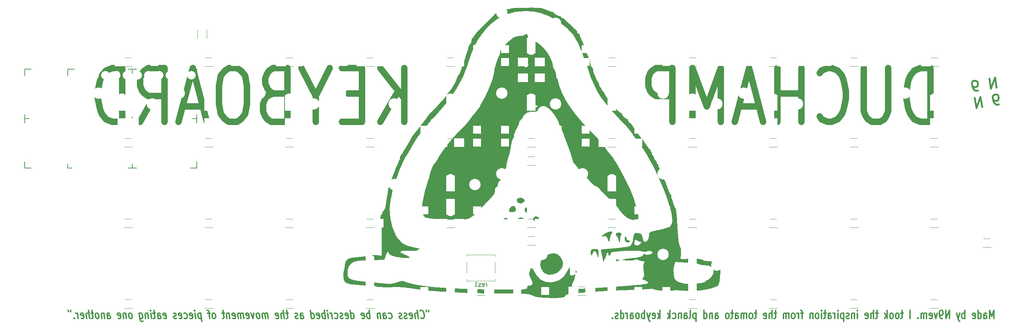
<source format=gbo>
G04 #@! TF.FileFunction,Legend,Bot*
%FSLAX46Y46*%
G04 Gerber Fmt 4.6, Leading zero omitted, Abs format (unit mm)*
G04 Created by KiCad (PCBNEW 4.0.7) date 07/31/18 08:33:26*
%MOMM*%
%LPD*%
G01*
G04 APERTURE LIST*
%ADD10C,0.100000*%
%ADD11C,0.300000*%
%ADD12C,0.400000*%
%ADD13C,1.500000*%
%ADD14C,0.010000*%
%ADD15C,0.120000*%
%ADD16C,0.150000*%
%ADD17R,2.100000X2.400000*%
%ADD18R,3.150000X1.400000*%
%ADD19C,2.686000*%
%ADD20R,2.000000X2.000000*%
%ADD21C,2.000000*%
%ADD22R,1.924000X1.924000*%
%ADD23R,1.750000X1.750000*%
%ADD24O,1.750000X1.750000*%
%ADD25R,2.100000X3.700000*%
%ADD26C,1.924000*%
%ADD27R,2.400000X2.000000*%
G04 APERTURE END LIST*
D10*
D11*
X120503273Y-105284762D02*
X120550892Y-105665714D01*
X119931844Y-105284762D02*
X119979463Y-105665714D01*
X118658035Y-107094286D02*
X118741368Y-107189524D01*
X118967559Y-107284762D01*
X119110416Y-107284762D01*
X119312796Y-107189524D01*
X119431845Y-106999048D01*
X119479463Y-106808571D01*
X119503273Y-106427619D01*
X119467559Y-106141905D01*
X119348511Y-105760952D01*
X119253273Y-105570476D01*
X119086606Y-105380000D01*
X118860416Y-105284762D01*
X118717559Y-105284762D01*
X118515178Y-105380000D01*
X118455654Y-105475238D01*
X118038987Y-107284762D02*
X117788987Y-105284762D01*
X117396130Y-107284762D02*
X117265178Y-106237143D01*
X117312797Y-106046667D01*
X117443750Y-105951429D01*
X117658035Y-105951429D01*
X117812797Y-106046667D01*
X117896130Y-106141905D01*
X116098511Y-107189524D02*
X116253273Y-107284762D01*
X116538987Y-107284762D01*
X116669939Y-107189524D01*
X116717559Y-106999048D01*
X116622321Y-106237143D01*
X116527082Y-106046667D01*
X116372321Y-105951429D01*
X116086607Y-105951429D01*
X115955654Y-106046667D01*
X115908035Y-106237143D01*
X115931844Y-106427619D01*
X116669940Y-106618095D01*
X115455654Y-107189524D02*
X115324702Y-107284762D01*
X115038987Y-107284762D01*
X114884225Y-107189524D01*
X114788988Y-106999048D01*
X114777083Y-106903810D01*
X114824702Y-106713333D01*
X114955654Y-106618095D01*
X115169940Y-106618095D01*
X115300892Y-106522857D01*
X115348512Y-106332381D01*
X115336607Y-106237143D01*
X115241368Y-106046667D01*
X115086607Y-105951429D01*
X114872321Y-105951429D01*
X114741368Y-106046667D01*
X114241368Y-107189524D02*
X114110416Y-107284762D01*
X113824701Y-107284762D01*
X113669939Y-107189524D01*
X113574702Y-106999048D01*
X113562797Y-106903810D01*
X113610416Y-106713333D01*
X113741368Y-106618095D01*
X113955654Y-106618095D01*
X114086606Y-106522857D01*
X114134226Y-106332381D01*
X114122321Y-106237143D01*
X114027082Y-106046667D01*
X113872321Y-105951429D01*
X113658035Y-105951429D01*
X113527082Y-106046667D01*
X111169939Y-107189524D02*
X111324701Y-107284762D01*
X111610415Y-107284762D01*
X111741368Y-107189524D01*
X111800892Y-107094286D01*
X111848511Y-106903810D01*
X111777083Y-106332381D01*
X111681844Y-106141905D01*
X111598511Y-106046667D01*
X111443749Y-105951429D01*
X111158035Y-105951429D01*
X111027082Y-106046667D01*
X109896130Y-107284762D02*
X109765178Y-106237143D01*
X109812797Y-106046667D01*
X109943750Y-105951429D01*
X110229464Y-105951429D01*
X110384225Y-106046667D01*
X109884225Y-107189524D02*
X110038987Y-107284762D01*
X110396130Y-107284762D01*
X110527082Y-107189524D01*
X110574702Y-106999048D01*
X110550892Y-106808571D01*
X110455654Y-106618095D01*
X110300892Y-106522857D01*
X109943749Y-106522857D01*
X109788987Y-106427619D01*
X109015178Y-105951429D02*
X109181844Y-107284762D01*
X109038987Y-106141905D02*
X108955654Y-106046667D01*
X108800892Y-105951429D01*
X108586607Y-105951429D01*
X108455654Y-106046667D01*
X108408035Y-106237143D01*
X108538987Y-107284762D01*
X106681844Y-107284762D02*
X106431844Y-105284762D01*
X106527082Y-106046667D02*
X106372321Y-105951429D01*
X106086607Y-105951429D01*
X105955654Y-106046667D01*
X105896130Y-106141905D01*
X105848511Y-106332381D01*
X105919939Y-106903810D01*
X106015178Y-107094286D01*
X106098511Y-107189524D01*
X106253273Y-107284762D01*
X106538987Y-107284762D01*
X106669939Y-107189524D01*
X104741368Y-107189524D02*
X104896130Y-107284762D01*
X105181844Y-107284762D01*
X105312796Y-107189524D01*
X105360416Y-106999048D01*
X105265178Y-106237143D01*
X105169939Y-106046667D01*
X105015178Y-105951429D01*
X104729464Y-105951429D01*
X104598511Y-106046667D01*
X104550892Y-106237143D01*
X104574701Y-106427619D01*
X105312797Y-106618095D01*
X102253273Y-107284762D02*
X102003273Y-105284762D01*
X102241368Y-107189524D02*
X102396130Y-107284762D01*
X102681844Y-107284762D01*
X102812797Y-107189524D01*
X102872321Y-107094286D01*
X102919940Y-106903810D01*
X102848512Y-106332381D01*
X102753273Y-106141905D01*
X102669940Y-106046667D01*
X102515178Y-105951429D01*
X102229464Y-105951429D01*
X102098511Y-106046667D01*
X100955654Y-107189524D02*
X101110416Y-107284762D01*
X101396130Y-107284762D01*
X101527082Y-107189524D01*
X101574702Y-106999048D01*
X101479464Y-106237143D01*
X101384225Y-106046667D01*
X101229464Y-105951429D01*
X100943750Y-105951429D01*
X100812797Y-106046667D01*
X100765178Y-106237143D01*
X100788987Y-106427619D01*
X101527083Y-106618095D01*
X100312797Y-107189524D02*
X100181845Y-107284762D01*
X99896130Y-107284762D01*
X99741368Y-107189524D01*
X99646131Y-106999048D01*
X99634226Y-106903810D01*
X99681845Y-106713333D01*
X99812797Y-106618095D01*
X100027083Y-106618095D01*
X100158035Y-106522857D01*
X100205655Y-106332381D01*
X100193750Y-106237143D01*
X100098511Y-106046667D01*
X99943750Y-105951429D01*
X99729464Y-105951429D01*
X99598511Y-106046667D01*
X98384225Y-107189524D02*
X98538987Y-107284762D01*
X98824701Y-107284762D01*
X98955654Y-107189524D01*
X99015178Y-107094286D01*
X99062797Y-106903810D01*
X98991369Y-106332381D01*
X98896130Y-106141905D01*
X98812797Y-106046667D01*
X98658035Y-105951429D01*
X98372321Y-105951429D01*
X98241368Y-106046667D01*
X97753273Y-107284762D02*
X97586607Y-105951429D01*
X97634226Y-106332381D02*
X97538988Y-106141905D01*
X97455654Y-106046667D01*
X97300893Y-105951429D01*
X97158036Y-105951429D01*
X96824702Y-107284762D02*
X96658036Y-105951429D01*
X96574702Y-105284762D02*
X96658036Y-105380000D01*
X96598512Y-105475238D01*
X96515179Y-105380000D01*
X96574702Y-105284762D01*
X96598512Y-105475238D01*
X96110416Y-107284762D02*
X95860416Y-105284762D01*
X95955654Y-106046667D02*
X95800893Y-105951429D01*
X95515179Y-105951429D01*
X95384226Y-106046667D01*
X95324702Y-106141905D01*
X95277083Y-106332381D01*
X95348511Y-106903810D01*
X95443750Y-107094286D01*
X95527083Y-107189524D01*
X95681845Y-107284762D01*
X95967559Y-107284762D01*
X96098511Y-107189524D01*
X94169940Y-107189524D02*
X94324702Y-107284762D01*
X94610416Y-107284762D01*
X94741368Y-107189524D01*
X94788988Y-106999048D01*
X94693750Y-106237143D01*
X94598511Y-106046667D01*
X94443750Y-105951429D01*
X94158036Y-105951429D01*
X94027083Y-106046667D01*
X93979464Y-106237143D01*
X94003273Y-106427619D01*
X94741369Y-106618095D01*
X92824702Y-107284762D02*
X92574702Y-105284762D01*
X92812797Y-107189524D02*
X92967559Y-107284762D01*
X93253273Y-107284762D01*
X93384226Y-107189524D01*
X93443750Y-107094286D01*
X93491369Y-106903810D01*
X93419941Y-106332381D01*
X93324702Y-106141905D01*
X93241369Y-106046667D01*
X93086607Y-105951429D01*
X92800893Y-105951429D01*
X92669940Y-106046667D01*
X90324702Y-107284762D02*
X90193750Y-106237143D01*
X90241369Y-106046667D01*
X90372322Y-105951429D01*
X90658036Y-105951429D01*
X90812797Y-106046667D01*
X90312797Y-107189524D02*
X90467559Y-107284762D01*
X90824702Y-107284762D01*
X90955654Y-107189524D01*
X91003274Y-106999048D01*
X90979464Y-106808571D01*
X90884226Y-106618095D01*
X90729464Y-106522857D01*
X90372321Y-106522857D01*
X90217559Y-106427619D01*
X89669940Y-107189524D02*
X89538988Y-107284762D01*
X89253273Y-107284762D01*
X89098511Y-107189524D01*
X89003274Y-106999048D01*
X88991369Y-106903810D01*
X89038988Y-106713333D01*
X89169940Y-106618095D01*
X89384226Y-106618095D01*
X89515178Y-106522857D01*
X89562798Y-106332381D01*
X89550893Y-106237143D01*
X89455654Y-106046667D01*
X89300893Y-105951429D01*
X89086607Y-105951429D01*
X88955654Y-106046667D01*
X87300893Y-105951429D02*
X86729464Y-105951429D01*
X87003273Y-105284762D02*
X87217559Y-106999048D01*
X87169940Y-107189524D01*
X87038987Y-107284762D01*
X86896130Y-107284762D01*
X86396130Y-107284762D02*
X86146130Y-105284762D01*
X85753273Y-107284762D02*
X85622321Y-106237143D01*
X85669940Y-106046667D01*
X85800893Y-105951429D01*
X86015178Y-105951429D01*
X86169940Y-106046667D01*
X86253273Y-106141905D01*
X84455654Y-107189524D02*
X84610416Y-107284762D01*
X84896130Y-107284762D01*
X85027082Y-107189524D01*
X85074702Y-106999048D01*
X84979464Y-106237143D01*
X84884225Y-106046667D01*
X84729464Y-105951429D01*
X84443750Y-105951429D01*
X84312797Y-106046667D01*
X84265178Y-106237143D01*
X84288987Y-106427619D01*
X85027083Y-106618095D01*
X82610416Y-107284762D02*
X82443750Y-105951429D01*
X82467559Y-106141905D02*
X82384226Y-106046667D01*
X82229464Y-105951429D01*
X82015179Y-105951429D01*
X81884226Y-106046667D01*
X81836607Y-106237143D01*
X81967559Y-107284762D01*
X81836607Y-106237143D02*
X81741368Y-106046667D01*
X81586607Y-105951429D01*
X81372322Y-105951429D01*
X81241368Y-106046667D01*
X81193750Y-106237143D01*
X81324702Y-107284762D01*
X80396130Y-107284762D02*
X80527083Y-107189524D01*
X80586607Y-107094286D01*
X80634226Y-106903810D01*
X80562798Y-106332381D01*
X80467559Y-106141905D01*
X80384226Y-106046667D01*
X80229464Y-105951429D01*
X80015179Y-105951429D01*
X79884226Y-106046667D01*
X79824702Y-106141905D01*
X79777083Y-106332381D01*
X79848511Y-106903810D01*
X79943750Y-107094286D01*
X80027083Y-107189524D01*
X80181845Y-107284762D01*
X80396130Y-107284762D01*
X79229464Y-105951429D02*
X79038987Y-107284762D01*
X78515179Y-105951429D01*
X77527083Y-107189524D02*
X77681845Y-107284762D01*
X77967559Y-107284762D01*
X78098511Y-107189524D01*
X78146131Y-106999048D01*
X78050893Y-106237143D01*
X77955654Y-106046667D01*
X77800893Y-105951429D01*
X77515179Y-105951429D01*
X77384226Y-106046667D01*
X77336607Y-106237143D01*
X77360416Y-106427619D01*
X78098512Y-106618095D01*
X76824702Y-107284762D02*
X76658036Y-105951429D01*
X76681845Y-106141905D02*
X76598512Y-106046667D01*
X76443750Y-105951429D01*
X76229465Y-105951429D01*
X76098512Y-106046667D01*
X76050893Y-106237143D01*
X76181845Y-107284762D01*
X76050893Y-106237143D02*
X75955654Y-106046667D01*
X75800893Y-105951429D01*
X75586608Y-105951429D01*
X75455654Y-106046667D01*
X75408036Y-106237143D01*
X75538988Y-107284762D01*
X74241369Y-107189524D02*
X74396131Y-107284762D01*
X74681845Y-107284762D01*
X74812797Y-107189524D01*
X74860417Y-106999048D01*
X74765179Y-106237143D01*
X74669940Y-106046667D01*
X74515179Y-105951429D01*
X74229465Y-105951429D01*
X74098512Y-106046667D01*
X74050893Y-106237143D01*
X74074702Y-106427619D01*
X74812798Y-106618095D01*
X73372322Y-105951429D02*
X73538988Y-107284762D01*
X73396131Y-106141905D02*
X73312798Y-106046667D01*
X73158036Y-105951429D01*
X72943751Y-105951429D01*
X72812798Y-106046667D01*
X72765179Y-106237143D01*
X72896131Y-107284762D01*
X72229465Y-105951429D02*
X71658036Y-105951429D01*
X71931845Y-105284762D02*
X72146131Y-106999048D01*
X72098512Y-107189524D01*
X71967559Y-107284762D01*
X71824702Y-107284762D01*
X69967559Y-107284762D02*
X70098512Y-107189524D01*
X70158036Y-107094286D01*
X70205655Y-106903810D01*
X70134227Y-106332381D01*
X70038988Y-106141905D01*
X69955655Y-106046667D01*
X69800893Y-105951429D01*
X69586608Y-105951429D01*
X69455655Y-106046667D01*
X69396131Y-106141905D01*
X69348512Y-106332381D01*
X69419940Y-106903810D01*
X69515179Y-107094286D01*
X69598512Y-107189524D01*
X69753274Y-107284762D01*
X69967559Y-107284762D01*
X68872322Y-105951429D02*
X68300893Y-105951429D01*
X68824702Y-107284762D02*
X68610416Y-105570476D01*
X68515179Y-105380000D01*
X68360416Y-105284762D01*
X68217559Y-105284762D01*
X66658036Y-105951429D02*
X66908036Y-107951429D01*
X66669940Y-106046667D02*
X66515179Y-105951429D01*
X66229465Y-105951429D01*
X66098512Y-106046667D01*
X66038988Y-106141905D01*
X65991369Y-106332381D01*
X66062797Y-106903810D01*
X66158036Y-107094286D01*
X66241369Y-107189524D01*
X66396131Y-107284762D01*
X66681845Y-107284762D01*
X66812797Y-107189524D01*
X65467559Y-107284762D02*
X65300893Y-105951429D01*
X65217559Y-105284762D02*
X65300893Y-105380000D01*
X65241369Y-105475238D01*
X65158036Y-105380000D01*
X65217559Y-105284762D01*
X65241369Y-105475238D01*
X64169940Y-107189524D02*
X64324702Y-107284762D01*
X64610416Y-107284762D01*
X64741368Y-107189524D01*
X64788988Y-106999048D01*
X64693750Y-106237143D01*
X64598511Y-106046667D01*
X64443750Y-105951429D01*
X64158036Y-105951429D01*
X64027083Y-106046667D01*
X63979464Y-106237143D01*
X64003273Y-106427619D01*
X64741369Y-106618095D01*
X62812797Y-107189524D02*
X62967559Y-107284762D01*
X63253273Y-107284762D01*
X63384226Y-107189524D01*
X63443750Y-107094286D01*
X63491369Y-106903810D01*
X63419941Y-106332381D01*
X63324702Y-106141905D01*
X63241369Y-106046667D01*
X63086607Y-105951429D01*
X62800893Y-105951429D01*
X62669940Y-106046667D01*
X61598512Y-107189524D02*
X61753274Y-107284762D01*
X62038988Y-107284762D01*
X62169940Y-107189524D01*
X62217560Y-106999048D01*
X62122322Y-106237143D01*
X62027083Y-106046667D01*
X61872322Y-105951429D01*
X61586608Y-105951429D01*
X61455655Y-106046667D01*
X61408036Y-106237143D01*
X61431845Y-106427619D01*
X62169941Y-106618095D01*
X60955655Y-107189524D02*
X60824703Y-107284762D01*
X60538988Y-107284762D01*
X60384226Y-107189524D01*
X60288989Y-106999048D01*
X60277084Y-106903810D01*
X60324703Y-106713333D01*
X60455655Y-106618095D01*
X60669941Y-106618095D01*
X60800893Y-106522857D01*
X60848513Y-106332381D01*
X60836608Y-106237143D01*
X60741369Y-106046667D01*
X60586608Y-105951429D01*
X60372322Y-105951429D01*
X60241369Y-106046667D01*
X57955655Y-107189524D02*
X58110417Y-107284762D01*
X58396131Y-107284762D01*
X58527083Y-107189524D01*
X58574703Y-106999048D01*
X58479465Y-106237143D01*
X58384226Y-106046667D01*
X58229465Y-105951429D01*
X57943751Y-105951429D01*
X57812798Y-106046667D01*
X57765179Y-106237143D01*
X57788988Y-106427619D01*
X58527084Y-106618095D01*
X56610417Y-107284762D02*
X56479465Y-106237143D01*
X56527084Y-106046667D01*
X56658037Y-105951429D01*
X56943751Y-105951429D01*
X57098512Y-106046667D01*
X56598512Y-107189524D02*
X56753274Y-107284762D01*
X57110417Y-107284762D01*
X57241369Y-107189524D01*
X57288989Y-106999048D01*
X57265179Y-106808571D01*
X57169941Y-106618095D01*
X57015179Y-106522857D01*
X56658036Y-106522857D01*
X56503274Y-106427619D01*
X55943751Y-105951429D02*
X55372322Y-105951429D01*
X55646131Y-105284762D02*
X55860417Y-106999048D01*
X55812798Y-107189524D01*
X55681845Y-107284762D01*
X55538988Y-107284762D01*
X55038988Y-107284762D02*
X54872322Y-105951429D01*
X54788988Y-105284762D02*
X54872322Y-105380000D01*
X54812798Y-105475238D01*
X54729465Y-105380000D01*
X54788988Y-105284762D01*
X54812798Y-105475238D01*
X54158036Y-105951429D02*
X54324702Y-107284762D01*
X54181845Y-106141905D02*
X54098512Y-106046667D01*
X53943750Y-105951429D01*
X53729465Y-105951429D01*
X53598512Y-106046667D01*
X53550893Y-106237143D01*
X53681845Y-107284762D01*
X52158036Y-105951429D02*
X52360417Y-107570476D01*
X52455655Y-107760952D01*
X52538988Y-107856190D01*
X52693750Y-107951429D01*
X52908036Y-107951429D01*
X53038988Y-107856190D01*
X52312797Y-107189524D02*
X52467559Y-107284762D01*
X52753273Y-107284762D01*
X52884226Y-107189524D01*
X52943750Y-107094286D01*
X52991369Y-106903810D01*
X52919941Y-106332381D01*
X52824702Y-106141905D01*
X52741369Y-106046667D01*
X52586607Y-105951429D01*
X52300893Y-105951429D01*
X52169940Y-106046667D01*
X50253273Y-107284762D02*
X50384226Y-107189524D01*
X50443750Y-107094286D01*
X50491369Y-106903810D01*
X50419941Y-106332381D01*
X50324702Y-106141905D01*
X50241369Y-106046667D01*
X50086607Y-105951429D01*
X49872322Y-105951429D01*
X49741369Y-106046667D01*
X49681845Y-106141905D01*
X49634226Y-106332381D01*
X49705654Y-106903810D01*
X49800893Y-107094286D01*
X49884226Y-107189524D01*
X50038988Y-107284762D01*
X50253273Y-107284762D01*
X48943750Y-105951429D02*
X49110416Y-107284762D01*
X48967559Y-106141905D02*
X48884226Y-106046667D01*
X48729464Y-105951429D01*
X48515179Y-105951429D01*
X48384226Y-106046667D01*
X48336607Y-106237143D01*
X48467559Y-107284762D01*
X47169940Y-107189524D02*
X47324702Y-107284762D01*
X47610416Y-107284762D01*
X47741368Y-107189524D01*
X47788988Y-106999048D01*
X47693750Y-106237143D01*
X47598511Y-106046667D01*
X47443750Y-105951429D01*
X47158036Y-105951429D01*
X47027083Y-106046667D01*
X46979464Y-106237143D01*
X47003273Y-106427619D01*
X47741369Y-106618095D01*
X44681845Y-107284762D02*
X44550893Y-106237143D01*
X44598512Y-106046667D01*
X44729465Y-105951429D01*
X45015179Y-105951429D01*
X45169940Y-106046667D01*
X44669940Y-107189524D02*
X44824702Y-107284762D01*
X45181845Y-107284762D01*
X45312797Y-107189524D01*
X45360417Y-106999048D01*
X45336607Y-106808571D01*
X45241369Y-106618095D01*
X45086607Y-106522857D01*
X44729464Y-106522857D01*
X44574702Y-106427619D01*
X43800893Y-105951429D02*
X43967559Y-107284762D01*
X43824702Y-106141905D02*
X43741369Y-106046667D01*
X43586607Y-105951429D01*
X43372322Y-105951429D01*
X43241369Y-106046667D01*
X43193750Y-106237143D01*
X43324702Y-107284762D01*
X42396130Y-107284762D02*
X42527083Y-107189524D01*
X42586607Y-107094286D01*
X42634226Y-106903810D01*
X42562798Y-106332381D01*
X42467559Y-106141905D01*
X42384226Y-106046667D01*
X42229464Y-105951429D01*
X42015179Y-105951429D01*
X41884226Y-106046667D01*
X41824702Y-106141905D01*
X41777083Y-106332381D01*
X41848511Y-106903810D01*
X41943750Y-107094286D01*
X42027083Y-107189524D01*
X42181845Y-107284762D01*
X42396130Y-107284762D01*
X41300893Y-105951429D02*
X40729464Y-105951429D01*
X41003273Y-105284762D02*
X41217559Y-106999048D01*
X41169940Y-107189524D01*
X41038987Y-107284762D01*
X40896130Y-107284762D01*
X40396130Y-107284762D02*
X40146130Y-105284762D01*
X39753273Y-107284762D02*
X39622321Y-106237143D01*
X39669940Y-106046667D01*
X39800893Y-105951429D01*
X40015178Y-105951429D01*
X40169940Y-106046667D01*
X40253273Y-106141905D01*
X38455654Y-107189524D02*
X38610416Y-107284762D01*
X38896130Y-107284762D01*
X39027082Y-107189524D01*
X39074702Y-106999048D01*
X38979464Y-106237143D01*
X38884225Y-106046667D01*
X38729464Y-105951429D01*
X38443750Y-105951429D01*
X38312797Y-106046667D01*
X38265178Y-106237143D01*
X38288987Y-106427619D01*
X39027083Y-106618095D01*
X37753273Y-107284762D02*
X37586607Y-105951429D01*
X37634226Y-106332381D02*
X37538988Y-106141905D01*
X37455654Y-106046667D01*
X37300893Y-105951429D01*
X37158036Y-105951429D01*
X36800893Y-107094286D02*
X36741369Y-107189524D01*
X36824702Y-107284762D01*
X36884226Y-107189524D01*
X36800893Y-107094286D01*
X36824702Y-107284762D01*
X35931845Y-105284762D02*
X35979464Y-105665714D01*
X35360416Y-105284762D02*
X35408035Y-105665714D01*
X254035715Y-107284762D02*
X254035715Y-105284762D01*
X253535715Y-106713333D01*
X253035715Y-105284762D01*
X253035715Y-107284762D01*
X251678572Y-107284762D02*
X251678572Y-106237143D01*
X251750001Y-106046667D01*
X251892858Y-105951429D01*
X252178572Y-105951429D01*
X252321429Y-106046667D01*
X251678572Y-107189524D02*
X251821429Y-107284762D01*
X252178572Y-107284762D01*
X252321429Y-107189524D01*
X252392858Y-106999048D01*
X252392858Y-106808571D01*
X252321429Y-106618095D01*
X252178572Y-106522857D01*
X251821429Y-106522857D01*
X251678572Y-106427619D01*
X250321429Y-107284762D02*
X250321429Y-105284762D01*
X250321429Y-107189524D02*
X250464286Y-107284762D01*
X250750000Y-107284762D01*
X250892858Y-107189524D01*
X250964286Y-107094286D01*
X251035715Y-106903810D01*
X251035715Y-106332381D01*
X250964286Y-106141905D01*
X250892858Y-106046667D01*
X250750000Y-105951429D01*
X250464286Y-105951429D01*
X250321429Y-106046667D01*
X249035715Y-107189524D02*
X249178572Y-107284762D01*
X249464286Y-107284762D01*
X249607143Y-107189524D01*
X249678572Y-106999048D01*
X249678572Y-106237143D01*
X249607143Y-106046667D01*
X249464286Y-105951429D01*
X249178572Y-105951429D01*
X249035715Y-106046667D01*
X248964286Y-106237143D01*
X248964286Y-106427619D01*
X249678572Y-106618095D01*
X247178572Y-107284762D02*
X247178572Y-105284762D01*
X247178572Y-106046667D02*
X247035715Y-105951429D01*
X246750001Y-105951429D01*
X246607144Y-106046667D01*
X246535715Y-106141905D01*
X246464286Y-106332381D01*
X246464286Y-106903810D01*
X246535715Y-107094286D01*
X246607144Y-107189524D01*
X246750001Y-107284762D01*
X247035715Y-107284762D01*
X247178572Y-107189524D01*
X245964286Y-105951429D02*
X245607143Y-107284762D01*
X245250001Y-105951429D02*
X245607143Y-107284762D01*
X245750001Y-107760952D01*
X245821429Y-107856190D01*
X245964286Y-107951429D01*
X243535715Y-107284762D02*
X243535715Y-105284762D01*
X242678572Y-107284762D01*
X242678572Y-105284762D01*
X241892858Y-107284762D02*
X241607143Y-107284762D01*
X241464286Y-107189524D01*
X241392858Y-107094286D01*
X241250000Y-106808571D01*
X241178572Y-106427619D01*
X241178572Y-105665714D01*
X241250000Y-105475238D01*
X241321429Y-105380000D01*
X241464286Y-105284762D01*
X241750000Y-105284762D01*
X241892858Y-105380000D01*
X241964286Y-105475238D01*
X242035715Y-105665714D01*
X242035715Y-106141905D01*
X241964286Y-106332381D01*
X241892858Y-106427619D01*
X241750000Y-106522857D01*
X241464286Y-106522857D01*
X241321429Y-106427619D01*
X241250000Y-106332381D01*
X241178572Y-106141905D01*
X240678572Y-105951429D02*
X240321429Y-107284762D01*
X239964287Y-105951429D01*
X238821430Y-107189524D02*
X238964287Y-107284762D01*
X239250001Y-107284762D01*
X239392858Y-107189524D01*
X239464287Y-106999048D01*
X239464287Y-106237143D01*
X239392858Y-106046667D01*
X239250001Y-105951429D01*
X238964287Y-105951429D01*
X238821430Y-106046667D01*
X238750001Y-106237143D01*
X238750001Y-106427619D01*
X239464287Y-106618095D01*
X238107144Y-107284762D02*
X238107144Y-105951429D01*
X238107144Y-106141905D02*
X238035716Y-106046667D01*
X237892858Y-105951429D01*
X237678573Y-105951429D01*
X237535716Y-106046667D01*
X237464287Y-106237143D01*
X237464287Y-107284762D01*
X237464287Y-106237143D02*
X237392858Y-106046667D01*
X237250001Y-105951429D01*
X237035716Y-105951429D01*
X236892858Y-106046667D01*
X236821430Y-106237143D01*
X236821430Y-107284762D01*
X236107144Y-107094286D02*
X236035716Y-107189524D01*
X236107144Y-107284762D01*
X236178573Y-107189524D01*
X236107144Y-107094286D01*
X236107144Y-107284762D01*
X234250001Y-107284762D02*
X234250001Y-105284762D01*
X232607144Y-105951429D02*
X232035715Y-105951429D01*
X232392858Y-105284762D02*
X232392858Y-106999048D01*
X232321430Y-107189524D01*
X232178572Y-107284762D01*
X232035715Y-107284762D01*
X231321429Y-107284762D02*
X231464287Y-107189524D01*
X231535715Y-107094286D01*
X231607144Y-106903810D01*
X231607144Y-106332381D01*
X231535715Y-106141905D01*
X231464287Y-106046667D01*
X231321429Y-105951429D01*
X231107144Y-105951429D01*
X230964287Y-106046667D01*
X230892858Y-106141905D01*
X230821429Y-106332381D01*
X230821429Y-106903810D01*
X230892858Y-107094286D01*
X230964287Y-107189524D01*
X231107144Y-107284762D01*
X231321429Y-107284762D01*
X229964286Y-107284762D02*
X230107144Y-107189524D01*
X230178572Y-107094286D01*
X230250001Y-106903810D01*
X230250001Y-106332381D01*
X230178572Y-106141905D01*
X230107144Y-106046667D01*
X229964286Y-105951429D01*
X229750001Y-105951429D01*
X229607144Y-106046667D01*
X229535715Y-106141905D01*
X229464286Y-106332381D01*
X229464286Y-106903810D01*
X229535715Y-107094286D01*
X229607144Y-107189524D01*
X229750001Y-107284762D01*
X229964286Y-107284762D01*
X228821429Y-107284762D02*
X228821429Y-105284762D01*
X228678572Y-106522857D02*
X228250001Y-107284762D01*
X228250001Y-105951429D02*
X228821429Y-106713333D01*
X226678572Y-105951429D02*
X226107143Y-105951429D01*
X226464286Y-105284762D02*
X226464286Y-106999048D01*
X226392858Y-107189524D01*
X226250000Y-107284762D01*
X226107143Y-107284762D01*
X225607143Y-107284762D02*
X225607143Y-105284762D01*
X224964286Y-107284762D02*
X224964286Y-106237143D01*
X225035715Y-106046667D01*
X225178572Y-105951429D01*
X225392857Y-105951429D01*
X225535715Y-106046667D01*
X225607143Y-106141905D01*
X223678572Y-107189524D02*
X223821429Y-107284762D01*
X224107143Y-107284762D01*
X224250000Y-107189524D01*
X224321429Y-106999048D01*
X224321429Y-106237143D01*
X224250000Y-106046667D01*
X224107143Y-105951429D01*
X223821429Y-105951429D01*
X223678572Y-106046667D01*
X223607143Y-106237143D01*
X223607143Y-106427619D01*
X224321429Y-106618095D01*
X221821429Y-107284762D02*
X221821429Y-105951429D01*
X221821429Y-105284762D02*
X221892858Y-105380000D01*
X221821429Y-105475238D01*
X221750001Y-105380000D01*
X221821429Y-105284762D01*
X221821429Y-105475238D01*
X221107143Y-105951429D02*
X221107143Y-107284762D01*
X221107143Y-106141905D02*
X221035715Y-106046667D01*
X220892857Y-105951429D01*
X220678572Y-105951429D01*
X220535715Y-106046667D01*
X220464286Y-106237143D01*
X220464286Y-107284762D01*
X219821429Y-107189524D02*
X219678572Y-107284762D01*
X219392857Y-107284762D01*
X219250000Y-107189524D01*
X219178572Y-106999048D01*
X219178572Y-106903810D01*
X219250000Y-106713333D01*
X219392857Y-106618095D01*
X219607143Y-106618095D01*
X219750000Y-106522857D01*
X219821429Y-106332381D01*
X219821429Y-106237143D01*
X219750000Y-106046667D01*
X219607143Y-105951429D01*
X219392857Y-105951429D01*
X219250000Y-106046667D01*
X218535714Y-105951429D02*
X218535714Y-107951429D01*
X218535714Y-106046667D02*
X218392857Y-105951429D01*
X218107143Y-105951429D01*
X217964286Y-106046667D01*
X217892857Y-106141905D01*
X217821428Y-106332381D01*
X217821428Y-106903810D01*
X217892857Y-107094286D01*
X217964286Y-107189524D01*
X218107143Y-107284762D01*
X218392857Y-107284762D01*
X218535714Y-107189524D01*
X217178571Y-107284762D02*
X217178571Y-105951429D01*
X217178571Y-105284762D02*
X217250000Y-105380000D01*
X217178571Y-105475238D01*
X217107143Y-105380000D01*
X217178571Y-105284762D01*
X217178571Y-105475238D01*
X216464285Y-107284762D02*
X216464285Y-105951429D01*
X216464285Y-106332381D02*
X216392857Y-106141905D01*
X216321428Y-106046667D01*
X216178571Y-105951429D01*
X216035714Y-105951429D01*
X214892857Y-107284762D02*
X214892857Y-106237143D01*
X214964286Y-106046667D01*
X215107143Y-105951429D01*
X215392857Y-105951429D01*
X215535714Y-106046667D01*
X214892857Y-107189524D02*
X215035714Y-107284762D01*
X215392857Y-107284762D01*
X215535714Y-107189524D01*
X215607143Y-106999048D01*
X215607143Y-106808571D01*
X215535714Y-106618095D01*
X215392857Y-106522857D01*
X215035714Y-106522857D01*
X214892857Y-106427619D01*
X214392857Y-105951429D02*
X213821428Y-105951429D01*
X214178571Y-105284762D02*
X214178571Y-106999048D01*
X214107143Y-107189524D01*
X213964285Y-107284762D01*
X213821428Y-107284762D01*
X213321428Y-107284762D02*
X213321428Y-105951429D01*
X213321428Y-105284762D02*
X213392857Y-105380000D01*
X213321428Y-105475238D01*
X213250000Y-105380000D01*
X213321428Y-105284762D01*
X213321428Y-105475238D01*
X212392856Y-107284762D02*
X212535714Y-107189524D01*
X212607142Y-107094286D01*
X212678571Y-106903810D01*
X212678571Y-106332381D01*
X212607142Y-106141905D01*
X212535714Y-106046667D01*
X212392856Y-105951429D01*
X212178571Y-105951429D01*
X212035714Y-106046667D01*
X211964285Y-106141905D01*
X211892856Y-106332381D01*
X211892856Y-106903810D01*
X211964285Y-107094286D01*
X212035714Y-107189524D01*
X212178571Y-107284762D01*
X212392856Y-107284762D01*
X211249999Y-105951429D02*
X211249999Y-107284762D01*
X211249999Y-106141905D02*
X211178571Y-106046667D01*
X211035713Y-105951429D01*
X210821428Y-105951429D01*
X210678571Y-106046667D01*
X210607142Y-106237143D01*
X210607142Y-107284762D01*
X208964285Y-105951429D02*
X208392856Y-105951429D01*
X208749999Y-107284762D02*
X208749999Y-105570476D01*
X208678571Y-105380000D01*
X208535713Y-105284762D01*
X208392856Y-105284762D01*
X207892856Y-107284762D02*
X207892856Y-105951429D01*
X207892856Y-106332381D02*
X207821428Y-106141905D01*
X207749999Y-106046667D01*
X207607142Y-105951429D01*
X207464285Y-105951429D01*
X206749999Y-107284762D02*
X206892857Y-107189524D01*
X206964285Y-107094286D01*
X207035714Y-106903810D01*
X207035714Y-106332381D01*
X206964285Y-106141905D01*
X206892857Y-106046667D01*
X206749999Y-105951429D01*
X206535714Y-105951429D01*
X206392857Y-106046667D01*
X206321428Y-106141905D01*
X206249999Y-106332381D01*
X206249999Y-106903810D01*
X206321428Y-107094286D01*
X206392857Y-107189524D01*
X206535714Y-107284762D01*
X206749999Y-107284762D01*
X205607142Y-107284762D02*
X205607142Y-105951429D01*
X205607142Y-106141905D02*
X205535714Y-106046667D01*
X205392856Y-105951429D01*
X205178571Y-105951429D01*
X205035714Y-106046667D01*
X204964285Y-106237143D01*
X204964285Y-107284762D01*
X204964285Y-106237143D02*
X204892856Y-106046667D01*
X204749999Y-105951429D01*
X204535714Y-105951429D01*
X204392856Y-106046667D01*
X204321428Y-106237143D01*
X204321428Y-107284762D01*
X202678571Y-105951429D02*
X202107142Y-105951429D01*
X202464285Y-105284762D02*
X202464285Y-106999048D01*
X202392857Y-107189524D01*
X202249999Y-107284762D01*
X202107142Y-107284762D01*
X201607142Y-107284762D02*
X201607142Y-105284762D01*
X200964285Y-107284762D02*
X200964285Y-106237143D01*
X201035714Y-106046667D01*
X201178571Y-105951429D01*
X201392856Y-105951429D01*
X201535714Y-106046667D01*
X201607142Y-106141905D01*
X199678571Y-107189524D02*
X199821428Y-107284762D01*
X200107142Y-107284762D01*
X200249999Y-107189524D01*
X200321428Y-106999048D01*
X200321428Y-106237143D01*
X200249999Y-106046667D01*
X200107142Y-105951429D01*
X199821428Y-105951429D01*
X199678571Y-106046667D01*
X199607142Y-106237143D01*
X199607142Y-106427619D01*
X200321428Y-106618095D01*
X198035714Y-105951429D02*
X197464285Y-105951429D01*
X197821428Y-105284762D02*
X197821428Y-106999048D01*
X197750000Y-107189524D01*
X197607142Y-107284762D01*
X197464285Y-107284762D01*
X196749999Y-107284762D02*
X196892857Y-107189524D01*
X196964285Y-107094286D01*
X197035714Y-106903810D01*
X197035714Y-106332381D01*
X196964285Y-106141905D01*
X196892857Y-106046667D01*
X196749999Y-105951429D01*
X196535714Y-105951429D01*
X196392857Y-106046667D01*
X196321428Y-106141905D01*
X196249999Y-106332381D01*
X196249999Y-106903810D01*
X196321428Y-107094286D01*
X196392857Y-107189524D01*
X196535714Y-107284762D01*
X196749999Y-107284762D01*
X195607142Y-107284762D02*
X195607142Y-105951429D01*
X195607142Y-106141905D02*
X195535714Y-106046667D01*
X195392856Y-105951429D01*
X195178571Y-105951429D01*
X195035714Y-106046667D01*
X194964285Y-106237143D01*
X194964285Y-107284762D01*
X194964285Y-106237143D02*
X194892856Y-106046667D01*
X194749999Y-105951429D01*
X194535714Y-105951429D01*
X194392856Y-106046667D01*
X194321428Y-106237143D01*
X194321428Y-107284762D01*
X192964285Y-107284762D02*
X192964285Y-106237143D01*
X193035714Y-106046667D01*
X193178571Y-105951429D01*
X193464285Y-105951429D01*
X193607142Y-106046667D01*
X192964285Y-107189524D02*
X193107142Y-107284762D01*
X193464285Y-107284762D01*
X193607142Y-107189524D01*
X193678571Y-106999048D01*
X193678571Y-106808571D01*
X193607142Y-106618095D01*
X193464285Y-106522857D01*
X193107142Y-106522857D01*
X192964285Y-106427619D01*
X192464285Y-105951429D02*
X191892856Y-105951429D01*
X192249999Y-105284762D02*
X192249999Y-106999048D01*
X192178571Y-107189524D01*
X192035713Y-107284762D01*
X191892856Y-107284762D01*
X191178570Y-107284762D02*
X191321428Y-107189524D01*
X191392856Y-107094286D01*
X191464285Y-106903810D01*
X191464285Y-106332381D01*
X191392856Y-106141905D01*
X191321428Y-106046667D01*
X191178570Y-105951429D01*
X190964285Y-105951429D01*
X190821428Y-106046667D01*
X190749999Y-106141905D01*
X190678570Y-106332381D01*
X190678570Y-106903810D01*
X190749999Y-107094286D01*
X190821428Y-107189524D01*
X190964285Y-107284762D01*
X191178570Y-107284762D01*
X188249999Y-107284762D02*
X188249999Y-106237143D01*
X188321428Y-106046667D01*
X188464285Y-105951429D01*
X188749999Y-105951429D01*
X188892856Y-106046667D01*
X188249999Y-107189524D02*
X188392856Y-107284762D01*
X188749999Y-107284762D01*
X188892856Y-107189524D01*
X188964285Y-106999048D01*
X188964285Y-106808571D01*
X188892856Y-106618095D01*
X188749999Y-106522857D01*
X188392856Y-106522857D01*
X188249999Y-106427619D01*
X187535713Y-105951429D02*
X187535713Y-107284762D01*
X187535713Y-106141905D02*
X187464285Y-106046667D01*
X187321427Y-105951429D01*
X187107142Y-105951429D01*
X186964285Y-106046667D01*
X186892856Y-106237143D01*
X186892856Y-107284762D01*
X185535713Y-107284762D02*
X185535713Y-105284762D01*
X185535713Y-107189524D02*
X185678570Y-107284762D01*
X185964284Y-107284762D01*
X186107142Y-107189524D01*
X186178570Y-107094286D01*
X186249999Y-106903810D01*
X186249999Y-106332381D01*
X186178570Y-106141905D01*
X186107142Y-106046667D01*
X185964284Y-105951429D01*
X185678570Y-105951429D01*
X185535713Y-106046667D01*
X183678570Y-105951429D02*
X183678570Y-107951429D01*
X183678570Y-106046667D02*
X183535713Y-105951429D01*
X183249999Y-105951429D01*
X183107142Y-106046667D01*
X183035713Y-106141905D01*
X182964284Y-106332381D01*
X182964284Y-106903810D01*
X183035713Y-107094286D01*
X183107142Y-107189524D01*
X183249999Y-107284762D01*
X183535713Y-107284762D01*
X183678570Y-107189524D01*
X182107141Y-107284762D02*
X182249999Y-107189524D01*
X182321427Y-106999048D01*
X182321427Y-105284762D01*
X180892856Y-107284762D02*
X180892856Y-106237143D01*
X180964285Y-106046667D01*
X181107142Y-105951429D01*
X181392856Y-105951429D01*
X181535713Y-106046667D01*
X180892856Y-107189524D02*
X181035713Y-107284762D01*
X181392856Y-107284762D01*
X181535713Y-107189524D01*
X181607142Y-106999048D01*
X181607142Y-106808571D01*
X181535713Y-106618095D01*
X181392856Y-106522857D01*
X181035713Y-106522857D01*
X180892856Y-106427619D01*
X180178570Y-105951429D02*
X180178570Y-107284762D01*
X180178570Y-106141905D02*
X180107142Y-106046667D01*
X179964284Y-105951429D01*
X179749999Y-105951429D01*
X179607142Y-106046667D01*
X179535713Y-106237143D01*
X179535713Y-107284762D01*
X178178570Y-107189524D02*
X178321427Y-107284762D01*
X178607141Y-107284762D01*
X178749999Y-107189524D01*
X178821427Y-107094286D01*
X178892856Y-106903810D01*
X178892856Y-106332381D01*
X178821427Y-106141905D01*
X178749999Y-106046667D01*
X178607141Y-105951429D01*
X178321427Y-105951429D01*
X178178570Y-106046667D01*
X177535713Y-107284762D02*
X177535713Y-105284762D01*
X177392856Y-106522857D02*
X176964285Y-107284762D01*
X176964285Y-105951429D02*
X177535713Y-106713333D01*
X175178570Y-107284762D02*
X175178570Y-105284762D01*
X175035713Y-106522857D02*
X174607142Y-107284762D01*
X174607142Y-105951429D02*
X175178570Y-106713333D01*
X173392856Y-107189524D02*
X173535713Y-107284762D01*
X173821427Y-107284762D01*
X173964284Y-107189524D01*
X174035713Y-106999048D01*
X174035713Y-106237143D01*
X173964284Y-106046667D01*
X173821427Y-105951429D01*
X173535713Y-105951429D01*
X173392856Y-106046667D01*
X173321427Y-106237143D01*
X173321427Y-106427619D01*
X174035713Y-106618095D01*
X172821427Y-105951429D02*
X172464284Y-107284762D01*
X172107142Y-105951429D02*
X172464284Y-107284762D01*
X172607142Y-107760952D01*
X172678570Y-107856190D01*
X172821427Y-107951429D01*
X171535713Y-107284762D02*
X171535713Y-105284762D01*
X171535713Y-106046667D02*
X171392856Y-105951429D01*
X171107142Y-105951429D01*
X170964285Y-106046667D01*
X170892856Y-106141905D01*
X170821427Y-106332381D01*
X170821427Y-106903810D01*
X170892856Y-107094286D01*
X170964285Y-107189524D01*
X171107142Y-107284762D01*
X171392856Y-107284762D01*
X171535713Y-107189524D01*
X169964284Y-107284762D02*
X170107142Y-107189524D01*
X170178570Y-107094286D01*
X170249999Y-106903810D01*
X170249999Y-106332381D01*
X170178570Y-106141905D01*
X170107142Y-106046667D01*
X169964284Y-105951429D01*
X169749999Y-105951429D01*
X169607142Y-106046667D01*
X169535713Y-106141905D01*
X169464284Y-106332381D01*
X169464284Y-106903810D01*
X169535713Y-107094286D01*
X169607142Y-107189524D01*
X169749999Y-107284762D01*
X169964284Y-107284762D01*
X168178570Y-107284762D02*
X168178570Y-106237143D01*
X168249999Y-106046667D01*
X168392856Y-105951429D01*
X168678570Y-105951429D01*
X168821427Y-106046667D01*
X168178570Y-107189524D02*
X168321427Y-107284762D01*
X168678570Y-107284762D01*
X168821427Y-107189524D01*
X168892856Y-106999048D01*
X168892856Y-106808571D01*
X168821427Y-106618095D01*
X168678570Y-106522857D01*
X168321427Y-106522857D01*
X168178570Y-106427619D01*
X167464284Y-107284762D02*
X167464284Y-105951429D01*
X167464284Y-106332381D02*
X167392856Y-106141905D01*
X167321427Y-106046667D01*
X167178570Y-105951429D01*
X167035713Y-105951429D01*
X165892856Y-107284762D02*
X165892856Y-105284762D01*
X165892856Y-107189524D02*
X166035713Y-107284762D01*
X166321427Y-107284762D01*
X166464285Y-107189524D01*
X166535713Y-107094286D01*
X166607142Y-106903810D01*
X166607142Y-106332381D01*
X166535713Y-106141905D01*
X166464285Y-106046667D01*
X166321427Y-105951429D01*
X166035713Y-105951429D01*
X165892856Y-106046667D01*
X165249999Y-107189524D02*
X165107142Y-107284762D01*
X164821427Y-107284762D01*
X164678570Y-107189524D01*
X164607142Y-106999048D01*
X164607142Y-106903810D01*
X164678570Y-106713333D01*
X164821427Y-106618095D01*
X165035713Y-106618095D01*
X165178570Y-106522857D01*
X165249999Y-106332381D01*
X165249999Y-106237143D01*
X165178570Y-106046667D01*
X165035713Y-105951429D01*
X164821427Y-105951429D01*
X164678570Y-106046667D01*
X163964284Y-107094286D02*
X163892856Y-107189524D01*
X163964284Y-107284762D01*
X164035713Y-107189524D01*
X163964284Y-107094286D01*
X163964284Y-107284762D01*
D12*
X254656061Y-52637893D02*
X254280618Y-50267441D01*
X253301518Y-52852431D01*
X252926075Y-50481979D01*
X250253794Y-53335143D02*
X249802279Y-53406656D01*
X249558643Y-53329535D01*
X249427887Y-53234534D01*
X249148494Y-52931655D01*
X248964103Y-52498018D01*
X248821077Y-51594988D01*
X248898199Y-51351353D01*
X248993200Y-51220596D01*
X249201078Y-51071961D01*
X249652593Y-51000448D01*
X249896229Y-51077570D01*
X250026986Y-51172571D01*
X250175621Y-51380450D01*
X250265012Y-51944844D01*
X250187890Y-52188479D01*
X250092890Y-52319236D01*
X249885010Y-52467871D01*
X249433495Y-52539384D01*
X249189860Y-52462262D01*
X249059103Y-52367261D01*
X248910469Y-52159382D01*
X255168921Y-56606524D02*
X254717406Y-56678037D01*
X254473770Y-56600915D01*
X254343014Y-56505915D01*
X254063621Y-56203035D01*
X253879231Y-55769399D01*
X253736205Y-54866369D01*
X253813326Y-54622734D01*
X253908327Y-54491977D01*
X254116206Y-54343341D01*
X254567720Y-54271828D01*
X254811357Y-54348951D01*
X254942113Y-54443952D01*
X255090748Y-54651830D01*
X255180139Y-55216224D01*
X255103017Y-55459859D01*
X255008017Y-55590616D01*
X254800137Y-55739252D01*
X254348623Y-55810765D01*
X254104987Y-55733642D01*
X253974230Y-55638642D01*
X253825596Y-55430763D01*
X251218168Y-57232262D02*
X250842725Y-54861810D01*
X249863624Y-57446800D01*
X249488181Y-55076348D01*
D13*
X239060715Y-60745238D02*
X239060715Y-48045238D01*
X236679762Y-48045238D01*
X235251191Y-48650000D01*
X234298810Y-49859524D01*
X233822619Y-51069048D01*
X233346429Y-53488095D01*
X233346429Y-55302381D01*
X233822619Y-57721429D01*
X234298810Y-58930952D01*
X235251191Y-60140476D01*
X236679762Y-60745238D01*
X239060715Y-60745238D01*
X229060715Y-48045238D02*
X229060715Y-58326190D01*
X228584524Y-59535714D01*
X228108334Y-60140476D01*
X227155953Y-60745238D01*
X225251191Y-60745238D01*
X224298810Y-60140476D01*
X223822619Y-59535714D01*
X223346429Y-58326190D01*
X223346429Y-48045238D01*
X212870239Y-59535714D02*
X213346429Y-60140476D01*
X214775001Y-60745238D01*
X215727382Y-60745238D01*
X217155953Y-60140476D01*
X218108334Y-58930952D01*
X218584525Y-57721429D01*
X219060715Y-55302381D01*
X219060715Y-53488095D01*
X218584525Y-51069048D01*
X218108334Y-49859524D01*
X217155953Y-48650000D01*
X215727382Y-48045238D01*
X214775001Y-48045238D01*
X213346429Y-48650000D01*
X212870239Y-49254762D01*
X208584525Y-60745238D02*
X208584525Y-48045238D01*
X208584525Y-54092857D02*
X202870239Y-54092857D01*
X202870239Y-60745238D02*
X202870239Y-48045238D01*
X198584525Y-57116667D02*
X193822620Y-57116667D01*
X199536906Y-60745238D02*
X196203573Y-48045238D01*
X192870239Y-60745238D01*
X189536906Y-60745238D02*
X189536906Y-48045238D01*
X186203572Y-57116667D01*
X182870239Y-48045238D01*
X182870239Y-60745238D01*
X178108335Y-60745238D02*
X178108335Y-48045238D01*
X174298811Y-48045238D01*
X173346430Y-48650000D01*
X172870239Y-49254762D01*
X172394049Y-50464286D01*
X172394049Y-52278571D01*
X172870239Y-53488095D01*
X173346430Y-54092857D01*
X174298811Y-54697619D01*
X178108335Y-54697619D01*
X114774999Y-60745238D02*
X114774999Y-48045238D01*
X109060713Y-60745238D02*
X113346427Y-53488095D01*
X109060713Y-48045238D02*
X114774999Y-55302381D01*
X104774999Y-54092857D02*
X101441665Y-54092857D01*
X100013094Y-60745238D02*
X104774999Y-60745238D01*
X104774999Y-48045238D01*
X100013094Y-48045238D01*
X93822618Y-54697619D02*
X93822618Y-60745238D01*
X97155951Y-48045238D02*
X93822618Y-54697619D01*
X90489284Y-48045238D01*
X83822617Y-54092857D02*
X82394046Y-54697619D01*
X81917855Y-55302381D01*
X81441665Y-56511905D01*
X81441665Y-58326190D01*
X81917855Y-59535714D01*
X82394046Y-60140476D01*
X83346427Y-60745238D01*
X87155951Y-60745238D01*
X87155951Y-48045238D01*
X83822617Y-48045238D01*
X82870236Y-48650000D01*
X82394046Y-49254762D01*
X81917855Y-50464286D01*
X81917855Y-51673810D01*
X82394046Y-52883333D01*
X82870236Y-53488095D01*
X83822617Y-54092857D01*
X87155951Y-54092857D01*
X75251189Y-48045238D02*
X73346427Y-48045238D01*
X72394046Y-48650000D01*
X71441665Y-49859524D01*
X70965474Y-52278571D01*
X70965474Y-56511905D01*
X71441665Y-58930952D01*
X72394046Y-60140476D01*
X73346427Y-60745238D01*
X75251189Y-60745238D01*
X76203570Y-60140476D01*
X77155951Y-58930952D01*
X77632141Y-56511905D01*
X77632141Y-52278571D01*
X77155951Y-49859524D01*
X76203570Y-48650000D01*
X75251189Y-48045238D01*
X67155951Y-57116667D02*
X62394046Y-57116667D01*
X68108332Y-60745238D02*
X64774999Y-48045238D01*
X61441665Y-60745238D01*
X52394046Y-60745238D02*
X55727379Y-54697619D01*
X58108332Y-60745238D02*
X58108332Y-48045238D01*
X54298808Y-48045238D01*
X53346427Y-48650000D01*
X52870236Y-49254762D01*
X52394046Y-50464286D01*
X52394046Y-52278571D01*
X52870236Y-53488095D01*
X53346427Y-54092857D01*
X54298808Y-54697619D01*
X58108332Y-54697619D01*
X48108332Y-60745238D02*
X48108332Y-48045238D01*
X45727379Y-48045238D01*
X44298808Y-48650000D01*
X43346427Y-49859524D01*
X42870236Y-51069048D01*
X42394046Y-53488095D01*
X42394046Y-55302381D01*
X42870236Y-57721429D01*
X43346427Y-58930952D01*
X44298808Y-60140476D01*
X45727379Y-60745238D01*
X48108332Y-60745238D01*
D14*
G36*
X143792459Y-33802372D02*
X142719645Y-33815313D01*
X141722894Y-33836261D01*
X140904651Y-33864079D01*
X140367359Y-33897631D01*
X140209735Y-33926477D01*
X139899466Y-34030001D01*
X139560204Y-34056363D01*
X139041950Y-34145985D01*
X138326586Y-34372870D01*
X137982325Y-34509975D01*
X137379832Y-34749026D01*
X136996557Y-34864182D01*
X136924091Y-34856339D01*
X136817425Y-34863282D01*
X136481427Y-35121165D01*
X135892095Y-35651399D01*
X135025425Y-36475393D01*
X134111710Y-37364961D01*
X132926199Y-38546621D01*
X132063707Y-39453750D01*
X131499050Y-40115184D01*
X131207045Y-40559756D01*
X131151363Y-40754483D01*
X130975593Y-40976990D01*
X130920454Y-40983636D01*
X130717364Y-41113748D01*
X130716890Y-41156818D01*
X130633887Y-41982715D01*
X130285454Y-42509285D01*
X129998214Y-42863335D01*
X129938706Y-43045324D01*
X129898678Y-43309387D01*
X129747167Y-43872429D01*
X129527206Y-44598231D01*
X129281829Y-45350572D01*
X129054070Y-45993229D01*
X128886962Y-46389981D01*
X128875767Y-46410000D01*
X128718969Y-46835915D01*
X128682024Y-47013521D01*
X128554539Y-47492228D01*
X128351226Y-48052612D01*
X128135811Y-48627169D01*
X128016069Y-49027980D01*
X127818938Y-49438069D01*
X127589732Y-49738889D01*
X127301543Y-50159988D01*
X127225909Y-50403170D01*
X127073604Y-50956918D01*
X126648439Y-51775518D01*
X125998041Y-52791307D01*
X125170034Y-53936624D01*
X124212044Y-55143807D01*
X123171697Y-56345194D01*
X122641432Y-56916363D01*
X121895733Y-57699706D01*
X121223651Y-58405759D01*
X120718609Y-58936375D01*
X120530256Y-59134300D01*
X120196523Y-59532226D01*
X120067727Y-59772896D01*
X119934371Y-59987074D01*
X119583141Y-60466040D01*
X119087295Y-61116086D01*
X118520088Y-61843503D01*
X117954779Y-62554583D01*
X117464623Y-63155619D01*
X117122879Y-63552902D01*
X117065909Y-63612727D01*
X116818507Y-63945404D01*
X116493930Y-64469830D01*
X116226830Y-64967385D01*
X116212569Y-64998181D01*
X116010107Y-65365758D01*
X115639559Y-65978672D01*
X115238363Y-66614545D01*
X114818865Y-67289353D01*
X114522230Y-67809101D01*
X114416142Y-68050241D01*
X114276621Y-68333960D01*
X114025333Y-68665725D01*
X113781338Y-69045090D01*
X113769601Y-69244904D01*
X113764569Y-69508883D01*
X113669224Y-69668510D01*
X113496082Y-69997925D01*
X113209060Y-70656456D01*
X112852371Y-71539304D01*
X112570916Y-72271818D01*
X112185210Y-73290807D01*
X111836011Y-74201801D01*
X111569824Y-74884081D01*
X111458958Y-75158181D01*
X111261254Y-75672700D01*
X111174077Y-75966363D01*
X111086745Y-76293011D01*
X111078201Y-76312727D01*
X110998113Y-76610732D01*
X110943731Y-76890000D01*
X110767573Y-77930933D01*
X110645397Y-78733187D01*
X110545943Y-79511962D01*
X110485921Y-80041603D01*
X110279362Y-81076499D01*
X109938378Y-81708854D01*
X109899480Y-81746554D01*
X109607593Y-82108269D01*
X109571665Y-82333032D01*
X109511235Y-82592953D01*
X109376044Y-82706262D01*
X109178042Y-83039738D01*
X109087429Y-83589692D01*
X109120649Y-84126170D01*
X109255110Y-84397285D01*
X109320221Y-84564338D01*
X109369407Y-84981224D01*
X109403885Y-85689008D01*
X109424871Y-86728761D01*
X109433581Y-88141548D01*
X109431230Y-89968438D01*
X109429915Y-90300672D01*
X109420990Y-92396799D01*
X108280944Y-92297606D01*
X107314208Y-92291308D01*
X106301659Y-92397217D01*
X106042039Y-92447988D01*
X105200651Y-92592682D01*
X104159502Y-92709092D01*
X103385018Y-92760145D01*
X102604283Y-92820173D01*
X102045082Y-92917869D01*
X101826463Y-93032286D01*
X101826382Y-93034393D01*
X101715068Y-93126169D01*
X101670109Y-93090260D01*
X101447313Y-93120158D01*
X101166495Y-93463498D01*
X100898518Y-93990250D01*
X100714240Y-94570386D01*
X100672885Y-94920151D01*
X100629418Y-95466347D01*
X100527729Y-95775755D01*
X100437571Y-96073405D01*
X100371496Y-96666252D01*
X100354547Y-97026861D01*
X100458949Y-98002870D01*
X100822152Y-98635268D01*
X101295895Y-98874187D01*
X101681530Y-98959808D01*
X102200289Y-99081985D01*
X102693933Y-99154379D01*
X103527189Y-99229002D01*
X104578000Y-99296454D01*
X105578181Y-99342136D01*
X106635742Y-99395224D01*
X107500550Y-99465367D01*
X108082453Y-99543372D01*
X108291363Y-99618823D01*
X108508474Y-99680053D01*
X109104835Y-99727533D01*
X109997985Y-99757574D01*
X111105465Y-99766488D01*
X111534543Y-99763876D01*
X112708091Y-99758835D01*
X113706063Y-99766569D01*
X114442795Y-99785491D01*
X114832626Y-99814016D01*
X114870951Y-99825648D01*
X115139850Y-99903545D01*
X115688387Y-99979049D01*
X115841862Y-99993365D01*
X116657728Y-100077477D01*
X117569294Y-100191645D01*
X117758636Y-100218293D01*
X118576640Y-100332077D01*
X119329109Y-100429458D01*
X119490454Y-100448716D01*
X119976254Y-100511034D01*
X120183104Y-100549924D01*
X120183181Y-100550256D01*
X120393572Y-100573588D01*
X120944095Y-100613691D01*
X121684091Y-100659983D01*
X122443036Y-100705887D01*
X123541499Y-100774053D01*
X124858149Y-100856871D01*
X126271653Y-100946731D01*
X126995000Y-100993094D01*
X128274909Y-101059894D01*
X129907824Y-101121272D01*
X131784938Y-101174509D01*
X133797446Y-101216889D01*
X135836543Y-101245692D01*
X137587421Y-101257711D01*
X139576767Y-101266321D01*
X141156476Y-101281199D01*
X142378713Y-101305164D01*
X143295645Y-101341035D01*
X143959441Y-101391632D01*
X144422265Y-101459773D01*
X144736287Y-101548278D01*
X144946787Y-101655417D01*
X145288298Y-101860270D01*
X145644645Y-102007829D01*
X146102888Y-102111353D01*
X146750088Y-102184104D01*
X147673305Y-102239340D01*
X148959599Y-102290323D01*
X149162272Y-102297479D01*
X150540151Y-102318628D01*
X151578847Y-102276604D01*
X152226598Y-102174108D01*
X152337272Y-102131810D01*
X152731501Y-101877031D01*
X152856818Y-101706304D01*
X153075494Y-101533293D01*
X153682730Y-101367194D01*
X154605337Y-101222943D01*
X155743181Y-101117286D01*
X156548236Y-101059700D01*
X157654634Y-100976485D01*
X158903444Y-100879748D01*
X159899545Y-100800654D01*
X161094228Y-100717064D01*
X162601007Y-100630353D01*
X164270284Y-100548104D01*
X165952461Y-100477903D01*
X166942272Y-100443568D01*
X168384612Y-100393266D01*
X169743470Y-100336790D01*
X170920782Y-100278902D01*
X171818483Y-100224361D01*
X172290776Y-100183918D01*
X173057473Y-100160113D01*
X173688342Y-100252324D01*
X173841527Y-100312277D01*
X174130620Y-100410320D01*
X174611475Y-100478977D01*
X175340253Y-100520308D01*
X176373113Y-100536374D01*
X177766215Y-100529236D01*
X179180454Y-100508156D01*
X179998561Y-100528694D01*
X180843457Y-100598081D01*
X180854545Y-100599424D01*
X181408393Y-100622967D01*
X181704821Y-100549923D01*
X181720454Y-100516121D01*
X181925403Y-100397838D01*
X182437362Y-100332073D01*
X182644091Y-100327272D01*
X183222560Y-100372071D01*
X183544226Y-100483981D01*
X183567727Y-100529195D01*
X183773619Y-100587565D01*
X184319254Y-100553359D01*
X185096569Y-100446900D01*
X185997500Y-100288509D01*
X186913984Y-100098510D01*
X187737958Y-99897225D01*
X188361360Y-99704977D01*
X188636663Y-99575920D01*
X188937117Y-99277343D01*
X188954137Y-99094288D01*
X188960669Y-98947687D01*
X189013333Y-98941648D01*
X189121678Y-98729211D01*
X189218656Y-98166228D01*
X189286625Y-97363926D01*
X189296277Y-97157794D01*
X189339072Y-96303869D01*
X189347452Y-96192378D01*
X187808880Y-96192378D01*
X187660516Y-96802455D01*
X187199242Y-97620888D01*
X186685000Y-97992993D01*
X186156084Y-98292725D01*
X185833206Y-98565581D01*
X185827926Y-98573373D01*
X185516638Y-98721523D01*
X184858104Y-98852640D01*
X183966850Y-98956181D01*
X182957404Y-99021602D01*
X181944291Y-99038358D01*
X181143181Y-99004678D01*
X180303168Y-98866865D01*
X179538285Y-98628082D01*
X179304440Y-98514857D01*
X178780840Y-98074254D01*
X178465256Y-97561198D01*
X178461548Y-97548403D01*
X178313083Y-96644467D01*
X178295295Y-95625642D01*
X178405933Y-94722290D01*
X178492063Y-94427686D01*
X178727308Y-93808944D01*
X181398210Y-93924437D01*
X182504972Y-93992784D01*
X183429033Y-94088729D01*
X184072597Y-94199821D01*
X184326419Y-94297237D01*
X184725802Y-94479557D01*
X185316863Y-94554545D01*
X186528591Y-94647387D01*
X187334599Y-94938610D01*
X187754743Y-95447259D01*
X187808880Y-96192378D01*
X189347452Y-96192378D01*
X189388119Y-95651328D01*
X189434159Y-95317656D01*
X189442767Y-95298899D01*
X189388710Y-95078254D01*
X189069690Y-94735752D01*
X188620911Y-94380067D01*
X188177572Y-94119874D01*
X187897272Y-94056631D01*
X187559409Y-94041170D01*
X187493182Y-93946476D01*
X187290895Y-93802438D01*
X186798317Y-93720394D01*
X186742727Y-93717725D01*
X185726545Y-93612371D01*
X185115221Y-93393982D01*
X185036835Y-93329713D01*
X184699462Y-93201613D01*
X184351051Y-93169090D01*
X183894005Y-93101573D01*
X183718832Y-92995866D01*
X183431242Y-92880672D01*
X182908088Y-92847148D01*
X182367860Y-92892635D01*
X182029049Y-93014473D01*
X182027029Y-93016455D01*
X181719113Y-93111779D01*
X181134377Y-93165044D01*
X180909974Y-93169090D01*
X179945554Y-93169090D01*
X180032246Y-91869889D01*
X180018598Y-90803038D01*
X179816914Y-90108634D01*
X179799268Y-90080343D01*
X179635668Y-89609531D01*
X179486348Y-88765940D01*
X179365301Y-87638608D01*
X179323011Y-87050000D01*
X179208559Y-85254864D01*
X179133929Y-84206911D01*
X178081649Y-84206911D01*
X177918468Y-84887589D01*
X177566480Y-85379162D01*
X176943262Y-85745462D01*
X175966394Y-86050320D01*
X175584095Y-86141145D01*
X174375963Y-86413837D01*
X173545322Y-86612396D01*
X173021542Y-86774337D01*
X172733994Y-86937172D01*
X172612049Y-87138414D01*
X172585077Y-87415578D01*
X172584146Y-87734514D01*
X172469136Y-88476123D01*
X172118410Y-88928263D01*
X172075940Y-88957695D01*
X171595047Y-89170139D01*
X171396250Y-89075482D01*
X170740441Y-89075482D01*
X170701599Y-89346848D01*
X170636818Y-89474545D01*
X170180982Y-89860565D01*
X169705057Y-89936363D01*
X169219957Y-89878212D01*
X169041199Y-89605742D01*
X169020454Y-89243636D01*
X169141764Y-88735994D01*
X169426336Y-88525672D01*
X169755130Y-88680691D01*
X169828636Y-88781818D01*
X170153763Y-88974617D01*
X170427661Y-89012727D01*
X170740441Y-89075482D01*
X171396250Y-89075482D01*
X171271438Y-89016053D01*
X171054747Y-88456309D01*
X170987001Y-88111700D01*
X170838180Y-87513022D01*
X170575191Y-87224799D01*
X170101000Y-87101314D01*
X169477959Y-87045197D01*
X169145019Y-87191805D01*
X168971948Y-87642926D01*
X168900639Y-88039463D01*
X168769089Y-88831805D01*
X168621551Y-89416062D01*
X168390823Y-89830774D01*
X168009703Y-90114480D01*
X167410989Y-90305720D01*
X166527481Y-90443034D01*
X165291975Y-90564961D01*
X164354384Y-90646710D01*
X163222101Y-90747299D01*
X162272416Y-90835339D01*
X161591046Y-90902604D01*
X161263708Y-90940870D01*
X161247379Y-90944802D01*
X161271575Y-91167021D01*
X161372187Y-91714844D01*
X161504620Y-92360909D01*
X161799481Y-93746363D01*
X162177240Y-92887871D01*
X162417602Y-92286805D01*
X162547521Y-91855211D01*
X162555000Y-91791052D01*
X162716241Y-91560746D01*
X162771970Y-91552727D01*
X162929954Y-91756678D01*
X163045832Y-92261051D01*
X163060606Y-92400787D01*
X163173183Y-92977705D01*
X163359003Y-93314169D01*
X163399307Y-93336465D01*
X163553937Y-93256303D01*
X163525710Y-92817972D01*
X163480368Y-92599496D01*
X163394913Y-92017923D01*
X163515458Y-91696213D01*
X163759273Y-91526113D01*
X164192272Y-91409641D01*
X164959538Y-91309924D01*
X165957425Y-91230123D01*
X167082283Y-91173400D01*
X168230465Y-91142917D01*
X169298323Y-91141836D01*
X170182207Y-91173317D01*
X170778470Y-91240523D01*
X170964520Y-91306330D01*
X171398217Y-91445878D01*
X171909230Y-91320901D01*
X172579551Y-91185328D01*
X173120476Y-91281779D01*
X173396131Y-91578302D01*
X173407727Y-91673279D01*
X173208581Y-91931197D01*
X172735544Y-92118416D01*
X172175212Y-92199230D01*
X171714186Y-92137933D01*
X171567204Y-92025467D01*
X171395114Y-91926104D01*
X171277195Y-92189792D01*
X171113644Y-92454875D01*
X170723011Y-92636528D01*
X170004233Y-92774552D01*
X169686523Y-92816239D01*
X168250713Y-92997193D01*
X167238412Y-93136543D01*
X166613856Y-93241088D01*
X166341281Y-93317629D01*
X166384921Y-93372966D01*
X166595909Y-93403882D01*
X167148065Y-93438341D01*
X168002635Y-93468967D01*
X169000217Y-93490418D01*
X169289713Y-93494120D01*
X170411254Y-93526216D01*
X171121176Y-93604076D01*
X171468672Y-93743042D01*
X171502938Y-93958453D01*
X171380972Y-94146215D01*
X171253018Y-94600638D01*
X171267549Y-95464815D01*
X171316227Y-95941341D01*
X171398100Y-96782681D01*
X171382895Y-97283133D01*
X171258447Y-97555750D01*
X171131947Y-97653716D01*
X170967779Y-97820951D01*
X171162166Y-97983411D01*
X171553938Y-98131442D01*
X172192837Y-98423774D01*
X172409199Y-98711401D01*
X172189341Y-98964408D01*
X171973987Y-99049914D01*
X171433495Y-99154902D01*
X170438033Y-99273383D01*
X168994240Y-99404805D01*
X167108751Y-99548613D01*
X164788203Y-99704254D01*
X162324091Y-99854527D01*
X160898065Y-99940753D01*
X159534415Y-100027830D01*
X158341152Y-100108523D01*
X157426288Y-100175599D01*
X157013181Y-100210219D01*
X155744445Y-100241054D01*
X154859247Y-100064229D01*
X154371142Y-99683633D01*
X154281444Y-99426777D01*
X154361905Y-98839542D01*
X154544382Y-98518685D01*
X154817107Y-98027956D01*
X155015117Y-97364086D01*
X155022038Y-97325454D01*
X155079775Y-96877385D01*
X155051758Y-96764927D01*
X155028494Y-96805909D01*
X154719811Y-97029608D01*
X154338485Y-97094545D01*
X153985572Y-97043864D01*
X153821080Y-96807826D01*
X153771986Y-96260438D01*
X153769703Y-96113181D01*
X153758951Y-95131818D01*
X153215001Y-96170909D01*
X152381409Y-97396569D01*
X151362468Y-98208756D01*
X150118431Y-98632262D01*
X149142848Y-98710909D01*
X147876838Y-98536322D01*
X146828071Y-97991829D01*
X145950451Y-97046332D01*
X145463578Y-96228636D01*
X145064635Y-95562867D01*
X144759402Y-95272772D01*
X144579253Y-95377655D01*
X144544091Y-95662909D01*
X144414360Y-96157146D01*
X144295068Y-96327567D01*
X144213979Y-96636463D01*
X144384385Y-97204448D01*
X144638466Y-97745676D01*
X144964518Y-98429027D01*
X145082413Y-98840499D01*
X145012774Y-99109377D01*
X144880807Y-99264842D01*
X144455756Y-99494353D01*
X144191045Y-99484574D01*
X143901580Y-99529108D01*
X143851363Y-99732736D01*
X143851485Y-99895907D01*
X143827228Y-100032723D01*
X143741664Y-100145003D01*
X143557862Y-100234562D01*
X143238891Y-100303217D01*
X142747822Y-100352786D01*
X142047723Y-100385086D01*
X141101666Y-100401933D01*
X139872719Y-100405143D01*
X138323952Y-100396535D01*
X136418435Y-100377925D01*
X134119238Y-100351130D01*
X131844091Y-100323474D01*
X129038153Y-100261408D01*
X126339222Y-100147576D01*
X123798156Y-99987049D01*
X121465810Y-99784895D01*
X119393043Y-99546182D01*
X117630709Y-99275980D01*
X116229668Y-98979357D01*
X115263246Y-98670885D01*
X114673815Y-98443483D01*
X114229223Y-98371304D01*
X113735584Y-98456329D01*
X113018075Y-98693838D01*
X112204424Y-98926139D01*
X111464893Y-99048342D01*
X111126192Y-99049776D01*
X110664962Y-99001557D01*
X109848703Y-98927822D01*
X108782903Y-98837683D01*
X107573051Y-98740250D01*
X107252272Y-98715185D01*
X105387110Y-98557368D01*
X103936733Y-98393466D01*
X102854380Y-98201521D01*
X102093290Y-97959576D01*
X101606703Y-97645673D01*
X101347859Y-97237852D01*
X101269997Y-96714157D01*
X101326356Y-96052628D01*
X101343445Y-95940476D01*
X101512762Y-95155019D01*
X101779164Y-94549260D01*
X102199301Y-94098743D01*
X102829819Y-93779015D01*
X103727366Y-93565619D01*
X104948589Y-93434100D01*
X106550138Y-93360003D01*
X107367727Y-93339750D01*
X110023181Y-93284545D01*
X110333730Y-92303181D01*
X110589135Y-91672290D01*
X110830935Y-91352521D01*
X111005883Y-91385682D01*
X111062272Y-91731136D01*
X111281907Y-92052703D01*
X111895716Y-92353420D01*
X112836062Y-92610830D01*
X114035302Y-92802472D01*
X114404811Y-92840967D01*
X115337131Y-92890046D01*
X115836928Y-92829835D01*
X115898229Y-92668472D01*
X115515058Y-92414096D01*
X114906660Y-92157429D01*
X114179685Y-91862754D01*
X113830374Y-91652122D01*
X113794467Y-91475483D01*
X113893033Y-91367964D01*
X114322699Y-91205324D01*
X114992528Y-91135117D01*
X115244100Y-91139261D01*
X116400435Y-91167946D01*
X117332285Y-91135546D01*
X118001117Y-91055210D01*
X118368400Y-90940088D01*
X118395603Y-90803329D01*
X118044194Y-90658083D01*
X117275642Y-90517501D01*
X117123636Y-90497831D01*
X115488193Y-90103638D01*
X114155370Y-89361890D01*
X113119724Y-88269084D01*
X112766871Y-87694955D01*
X111891410Y-85639859D01*
X111372706Y-83446974D01*
X111226755Y-81230425D01*
X111469555Y-79104342D01*
X111527522Y-78852727D01*
X111700549Y-78073956D01*
X111836058Y-77351818D01*
X111995377Y-76680046D01*
X112290046Y-75720575D01*
X112683760Y-74568439D01*
X113140214Y-73318670D01*
X113623102Y-72066301D01*
X114096119Y-70906367D01*
X114522961Y-69933900D01*
X114867321Y-69243934D01*
X115029756Y-68991928D01*
X115287533Y-68608995D01*
X115619336Y-68036621D01*
X115664601Y-67952837D01*
X116516163Y-66438279D01*
X117417234Y-65007684D01*
X118424727Y-63585764D01*
X119595553Y-62097231D01*
X120986624Y-60466799D01*
X122654852Y-58619178D01*
X123012674Y-58232157D01*
X125243759Y-55595729D01*
X127069297Y-52913297D01*
X128543405Y-50094315D01*
X129720202Y-47048239D01*
X129747959Y-46963234D01*
X130528577Y-44720348D01*
X131304742Y-42851893D01*
X132125319Y-41273569D01*
X133039171Y-39901078D01*
X134095163Y-38650119D01*
X135190347Y-37574142D01*
X136975081Y-36210376D01*
X138914759Y-35258230D01*
X141053114Y-34701435D01*
X143389545Y-34523663D01*
X145196721Y-34617328D01*
X146804740Y-34931127D01*
X148433414Y-35514268D01*
X149046818Y-35790077D01*
X151282519Y-37022330D01*
X153128692Y-38459311D01*
X154630923Y-40150974D01*
X155834793Y-42147274D01*
X156662964Y-44136430D01*
X156998248Y-45081562D01*
X157311826Y-45942879D01*
X157545199Y-46560161D01*
X157577375Y-46640909D01*
X157808066Y-47261160D01*
X158092020Y-48091889D01*
X158257298Y-48603636D01*
X158540871Y-49449796D01*
X158829889Y-50226588D01*
X158972358Y-50566363D01*
X159275250Y-51243362D01*
X159620489Y-52031452D01*
X159685849Y-52182727D01*
X160322857Y-53468580D01*
X161162186Y-54810607D01*
X162245631Y-56265069D01*
X163614986Y-57888228D01*
X165241998Y-59662319D01*
X166359896Y-60857497D01*
X167228198Y-61820600D01*
X167925126Y-62644842D01*
X168528901Y-63423437D01*
X169117745Y-64249596D01*
X169235262Y-64420909D01*
X169764029Y-65180626D01*
X170435064Y-66124388D01*
X171115392Y-67065403D01*
X171207858Y-67191818D01*
X172028081Y-68423995D01*
X172889805Y-69918588D01*
X173766173Y-71609116D01*
X174630327Y-73429096D01*
X175455410Y-75312047D01*
X176214563Y-77191485D01*
X176880930Y-79000930D01*
X177427652Y-80673899D01*
X177827873Y-82143910D01*
X178054734Y-83344481D01*
X178081649Y-84206911D01*
X179133929Y-84206911D01*
X179109481Y-83863615D01*
X179019298Y-82818838D01*
X178931529Y-82063118D01*
X178839696Y-81539039D01*
X178737320Y-81189189D01*
X178639035Y-80988921D01*
X178434873Y-80563450D01*
X178199238Y-79941079D01*
X177974523Y-79256832D01*
X177803122Y-78645728D01*
X177727430Y-78242789D01*
X177749709Y-78156464D01*
X177755399Y-78055583D01*
X177667690Y-77983282D01*
X177462506Y-77690193D01*
X177179054Y-77117872D01*
X176884352Y-76425454D01*
X176645418Y-75772076D01*
X176529270Y-75316875D01*
X176526563Y-75273636D01*
X176381665Y-74923027D01*
X176234241Y-74735475D01*
X176044186Y-74386347D01*
X176062498Y-74235651D01*
X176019740Y-73991418D01*
X175970318Y-73965631D01*
X175762039Y-73701018D01*
X175680243Y-73426363D01*
X175548675Y-72992933D01*
X175451261Y-72849090D01*
X175291319Y-72549772D01*
X175220352Y-72271818D01*
X175009774Y-71726739D01*
X174848786Y-71502747D01*
X174664372Y-71144145D01*
X174689232Y-70983202D01*
X174641447Y-70789511D01*
X174537415Y-70770909D01*
X174371373Y-70679543D01*
X174410445Y-70614857D01*
X174379217Y-70360510D01*
X174091910Y-69954195D01*
X174062316Y-69922130D01*
X173766579Y-69558885D01*
X173716605Y-69387463D01*
X173729563Y-69385454D01*
X173720868Y-69222427D01*
X173490594Y-68815207D01*
X173378038Y-68651033D01*
X173115584Y-68222538D01*
X173117452Y-68067011D01*
X173189133Y-68090884D01*
X173304272Y-68111293D01*
X173122680Y-67936564D01*
X172867019Y-67624203D01*
X172872528Y-67457622D01*
X172850738Y-67317318D01*
X172770203Y-67307272D01*
X172533171Y-67123467D01*
X172149255Y-66640317D01*
X171699335Y-65960223D01*
X171675909Y-65921818D01*
X171238368Y-65236313D01*
X170881901Y-64740936D01*
X170679843Y-64537107D01*
X170674126Y-64536363D01*
X170477567Y-64359266D01*
X170108814Y-63898346D01*
X169643986Y-63259158D01*
X169159203Y-62547257D01*
X168730585Y-61868199D01*
X168644779Y-61722269D01*
X168245392Y-61229858D01*
X167890461Y-60925389D01*
X167569430Y-60596041D01*
X167532845Y-60358479D01*
X167539800Y-60191044D01*
X167478981Y-60197348D01*
X167205486Y-60085175D01*
X166789385Y-59741085D01*
X166367039Y-59301205D01*
X166074806Y-58901659D01*
X166018636Y-58739512D01*
X165892566Y-58594456D01*
X165837689Y-58617303D01*
X165588803Y-58532948D01*
X165216174Y-58179558D01*
X165159628Y-58111385D01*
X164737354Y-57609593D01*
X164143414Y-56931154D01*
X163617647Y-56345804D01*
X162997761Y-55609049D01*
X162453291Y-54866184D01*
X162159798Y-54383077D01*
X161821207Y-53809233D01*
X161507169Y-53422677D01*
X161453325Y-53380808D01*
X161265316Y-53098333D01*
X161293771Y-52976717D01*
X161270748Y-52773955D01*
X161198733Y-52760000D01*
X160985343Y-52572587D01*
X160775738Y-52163000D01*
X160672396Y-51760213D01*
X160693567Y-51631270D01*
X160584049Y-51451344D01*
X160481188Y-51377246D01*
X160197313Y-51015503D01*
X160160230Y-50889611D01*
X160019827Y-50476676D01*
X159749542Y-49895826D01*
X159711814Y-49823606D01*
X159426226Y-49146602D01*
X159272474Y-48522377D01*
X159269960Y-48495878D01*
X159185586Y-48057710D01*
X159079742Y-47910909D01*
X158918831Y-47713302D01*
X158735828Y-47241643D01*
X158582990Y-46677674D01*
X158512572Y-46203138D01*
X158537638Y-46025535D01*
X158490761Y-45841179D01*
X158429573Y-45832727D01*
X158260922Y-45628274D01*
X158005792Y-45082515D01*
X157709193Y-44296846D01*
X157590269Y-43941964D01*
X157240122Y-42930290D01*
X156867038Y-41963049D01*
X156541441Y-41220834D01*
X156487192Y-41113328D01*
X156203314Y-40512693D01*
X156054668Y-40081221D01*
X156048589Y-39985109D01*
X155959464Y-39892238D01*
X155888553Y-39926055D01*
X155667461Y-39855076D01*
X155471006Y-39571612D01*
X155456156Y-39305634D01*
X155460862Y-39299458D01*
X155325764Y-39128750D01*
X154921262Y-38730582D01*
X154325838Y-38181228D01*
X154126818Y-38002889D01*
X153433298Y-37372737D01*
X152851917Y-36821599D01*
X152489750Y-36451498D01*
X152452727Y-36407782D01*
X152221184Y-36206481D01*
X152156747Y-36263593D01*
X152038938Y-36276298D01*
X151810383Y-36032684D01*
X151557478Y-35753899D01*
X151471363Y-35749978D01*
X151294859Y-35768782D01*
X150861685Y-35599027D01*
X150778636Y-35557272D01*
X150309712Y-35268082D01*
X150088488Y-35039729D01*
X150085909Y-35023208D01*
X149893965Y-34857874D01*
X149681818Y-34813994D01*
X149223295Y-34703423D01*
X148570001Y-34467894D01*
X148354091Y-34377191D01*
X147734286Y-34119757D01*
X147285165Y-33956908D01*
X147199545Y-33934779D01*
X146814349Y-33857942D01*
X146795454Y-33853409D01*
X146442833Y-33822956D01*
X145756497Y-33805057D01*
X144838891Y-33798574D01*
X143792459Y-33802372D01*
X143792459Y-33802372D01*
G37*
X143792459Y-33802372D02*
X142719645Y-33815313D01*
X141722894Y-33836261D01*
X140904651Y-33864079D01*
X140367359Y-33897631D01*
X140209735Y-33926477D01*
X139899466Y-34030001D01*
X139560204Y-34056363D01*
X139041950Y-34145985D01*
X138326586Y-34372870D01*
X137982325Y-34509975D01*
X137379832Y-34749026D01*
X136996557Y-34864182D01*
X136924091Y-34856339D01*
X136817425Y-34863282D01*
X136481427Y-35121165D01*
X135892095Y-35651399D01*
X135025425Y-36475393D01*
X134111710Y-37364961D01*
X132926199Y-38546621D01*
X132063707Y-39453750D01*
X131499050Y-40115184D01*
X131207045Y-40559756D01*
X131151363Y-40754483D01*
X130975593Y-40976990D01*
X130920454Y-40983636D01*
X130717364Y-41113748D01*
X130716890Y-41156818D01*
X130633887Y-41982715D01*
X130285454Y-42509285D01*
X129998214Y-42863335D01*
X129938706Y-43045324D01*
X129898678Y-43309387D01*
X129747167Y-43872429D01*
X129527206Y-44598231D01*
X129281829Y-45350572D01*
X129054070Y-45993229D01*
X128886962Y-46389981D01*
X128875767Y-46410000D01*
X128718969Y-46835915D01*
X128682024Y-47013521D01*
X128554539Y-47492228D01*
X128351226Y-48052612D01*
X128135811Y-48627169D01*
X128016069Y-49027980D01*
X127818938Y-49438069D01*
X127589732Y-49738889D01*
X127301543Y-50159988D01*
X127225909Y-50403170D01*
X127073604Y-50956918D01*
X126648439Y-51775518D01*
X125998041Y-52791307D01*
X125170034Y-53936624D01*
X124212044Y-55143807D01*
X123171697Y-56345194D01*
X122641432Y-56916363D01*
X121895733Y-57699706D01*
X121223651Y-58405759D01*
X120718609Y-58936375D01*
X120530256Y-59134300D01*
X120196523Y-59532226D01*
X120067727Y-59772896D01*
X119934371Y-59987074D01*
X119583141Y-60466040D01*
X119087295Y-61116086D01*
X118520088Y-61843503D01*
X117954779Y-62554583D01*
X117464623Y-63155619D01*
X117122879Y-63552902D01*
X117065909Y-63612727D01*
X116818507Y-63945404D01*
X116493930Y-64469830D01*
X116226830Y-64967385D01*
X116212569Y-64998181D01*
X116010107Y-65365758D01*
X115639559Y-65978672D01*
X115238363Y-66614545D01*
X114818865Y-67289353D01*
X114522230Y-67809101D01*
X114416142Y-68050241D01*
X114276621Y-68333960D01*
X114025333Y-68665725D01*
X113781338Y-69045090D01*
X113769601Y-69244904D01*
X113764569Y-69508883D01*
X113669224Y-69668510D01*
X113496082Y-69997925D01*
X113209060Y-70656456D01*
X112852371Y-71539304D01*
X112570916Y-72271818D01*
X112185210Y-73290807D01*
X111836011Y-74201801D01*
X111569824Y-74884081D01*
X111458958Y-75158181D01*
X111261254Y-75672700D01*
X111174077Y-75966363D01*
X111086745Y-76293011D01*
X111078201Y-76312727D01*
X110998113Y-76610732D01*
X110943731Y-76890000D01*
X110767573Y-77930933D01*
X110645397Y-78733187D01*
X110545943Y-79511962D01*
X110485921Y-80041603D01*
X110279362Y-81076499D01*
X109938378Y-81708854D01*
X109899480Y-81746554D01*
X109607593Y-82108269D01*
X109571665Y-82333032D01*
X109511235Y-82592953D01*
X109376044Y-82706262D01*
X109178042Y-83039738D01*
X109087429Y-83589692D01*
X109120649Y-84126170D01*
X109255110Y-84397285D01*
X109320221Y-84564338D01*
X109369407Y-84981224D01*
X109403885Y-85689008D01*
X109424871Y-86728761D01*
X109433581Y-88141548D01*
X109431230Y-89968438D01*
X109429915Y-90300672D01*
X109420990Y-92396799D01*
X108280944Y-92297606D01*
X107314208Y-92291308D01*
X106301659Y-92397217D01*
X106042039Y-92447988D01*
X105200651Y-92592682D01*
X104159502Y-92709092D01*
X103385018Y-92760145D01*
X102604283Y-92820173D01*
X102045082Y-92917869D01*
X101826463Y-93032286D01*
X101826382Y-93034393D01*
X101715068Y-93126169D01*
X101670109Y-93090260D01*
X101447313Y-93120158D01*
X101166495Y-93463498D01*
X100898518Y-93990250D01*
X100714240Y-94570386D01*
X100672885Y-94920151D01*
X100629418Y-95466347D01*
X100527729Y-95775755D01*
X100437571Y-96073405D01*
X100371496Y-96666252D01*
X100354547Y-97026861D01*
X100458949Y-98002870D01*
X100822152Y-98635268D01*
X101295895Y-98874187D01*
X101681530Y-98959808D01*
X102200289Y-99081985D01*
X102693933Y-99154379D01*
X103527189Y-99229002D01*
X104578000Y-99296454D01*
X105578181Y-99342136D01*
X106635742Y-99395224D01*
X107500550Y-99465367D01*
X108082453Y-99543372D01*
X108291363Y-99618823D01*
X108508474Y-99680053D01*
X109104835Y-99727533D01*
X109997985Y-99757574D01*
X111105465Y-99766488D01*
X111534543Y-99763876D01*
X112708091Y-99758835D01*
X113706063Y-99766569D01*
X114442795Y-99785491D01*
X114832626Y-99814016D01*
X114870951Y-99825648D01*
X115139850Y-99903545D01*
X115688387Y-99979049D01*
X115841862Y-99993365D01*
X116657728Y-100077477D01*
X117569294Y-100191645D01*
X117758636Y-100218293D01*
X118576640Y-100332077D01*
X119329109Y-100429458D01*
X119490454Y-100448716D01*
X119976254Y-100511034D01*
X120183104Y-100549924D01*
X120183181Y-100550256D01*
X120393572Y-100573588D01*
X120944095Y-100613691D01*
X121684091Y-100659983D01*
X122443036Y-100705887D01*
X123541499Y-100774053D01*
X124858149Y-100856871D01*
X126271653Y-100946731D01*
X126995000Y-100993094D01*
X128274909Y-101059894D01*
X129907824Y-101121272D01*
X131784938Y-101174509D01*
X133797446Y-101216889D01*
X135836543Y-101245692D01*
X137587421Y-101257711D01*
X139576767Y-101266321D01*
X141156476Y-101281199D01*
X142378713Y-101305164D01*
X143295645Y-101341035D01*
X143959441Y-101391632D01*
X144422265Y-101459773D01*
X144736287Y-101548278D01*
X144946787Y-101655417D01*
X145288298Y-101860270D01*
X145644645Y-102007829D01*
X146102888Y-102111353D01*
X146750088Y-102184104D01*
X147673305Y-102239340D01*
X148959599Y-102290323D01*
X149162272Y-102297479D01*
X150540151Y-102318628D01*
X151578847Y-102276604D01*
X152226598Y-102174108D01*
X152337272Y-102131810D01*
X152731501Y-101877031D01*
X152856818Y-101706304D01*
X153075494Y-101533293D01*
X153682730Y-101367194D01*
X154605337Y-101222943D01*
X155743181Y-101117286D01*
X156548236Y-101059700D01*
X157654634Y-100976485D01*
X158903444Y-100879748D01*
X159899545Y-100800654D01*
X161094228Y-100717064D01*
X162601007Y-100630353D01*
X164270284Y-100548104D01*
X165952461Y-100477903D01*
X166942272Y-100443568D01*
X168384612Y-100393266D01*
X169743470Y-100336790D01*
X170920782Y-100278902D01*
X171818483Y-100224361D01*
X172290776Y-100183918D01*
X173057473Y-100160113D01*
X173688342Y-100252324D01*
X173841527Y-100312277D01*
X174130620Y-100410320D01*
X174611475Y-100478977D01*
X175340253Y-100520308D01*
X176373113Y-100536374D01*
X177766215Y-100529236D01*
X179180454Y-100508156D01*
X179998561Y-100528694D01*
X180843457Y-100598081D01*
X180854545Y-100599424D01*
X181408393Y-100622967D01*
X181704821Y-100549923D01*
X181720454Y-100516121D01*
X181925403Y-100397838D01*
X182437362Y-100332073D01*
X182644091Y-100327272D01*
X183222560Y-100372071D01*
X183544226Y-100483981D01*
X183567727Y-100529195D01*
X183773619Y-100587565D01*
X184319254Y-100553359D01*
X185096569Y-100446900D01*
X185997500Y-100288509D01*
X186913984Y-100098510D01*
X187737958Y-99897225D01*
X188361360Y-99704977D01*
X188636663Y-99575920D01*
X188937117Y-99277343D01*
X188954137Y-99094288D01*
X188960669Y-98947687D01*
X189013333Y-98941648D01*
X189121678Y-98729211D01*
X189218656Y-98166228D01*
X189286625Y-97363926D01*
X189296277Y-97157794D01*
X189339072Y-96303869D01*
X189347452Y-96192378D01*
X187808880Y-96192378D01*
X187660516Y-96802455D01*
X187199242Y-97620888D01*
X186685000Y-97992993D01*
X186156084Y-98292725D01*
X185833206Y-98565581D01*
X185827926Y-98573373D01*
X185516638Y-98721523D01*
X184858104Y-98852640D01*
X183966850Y-98956181D01*
X182957404Y-99021602D01*
X181944291Y-99038358D01*
X181143181Y-99004678D01*
X180303168Y-98866865D01*
X179538285Y-98628082D01*
X179304440Y-98514857D01*
X178780840Y-98074254D01*
X178465256Y-97561198D01*
X178461548Y-97548403D01*
X178313083Y-96644467D01*
X178295295Y-95625642D01*
X178405933Y-94722290D01*
X178492063Y-94427686D01*
X178727308Y-93808944D01*
X181398210Y-93924437D01*
X182504972Y-93992784D01*
X183429033Y-94088729D01*
X184072597Y-94199821D01*
X184326419Y-94297237D01*
X184725802Y-94479557D01*
X185316863Y-94554545D01*
X186528591Y-94647387D01*
X187334599Y-94938610D01*
X187754743Y-95447259D01*
X187808880Y-96192378D01*
X189347452Y-96192378D01*
X189388119Y-95651328D01*
X189434159Y-95317656D01*
X189442767Y-95298899D01*
X189388710Y-95078254D01*
X189069690Y-94735752D01*
X188620911Y-94380067D01*
X188177572Y-94119874D01*
X187897272Y-94056631D01*
X187559409Y-94041170D01*
X187493182Y-93946476D01*
X187290895Y-93802438D01*
X186798317Y-93720394D01*
X186742727Y-93717725D01*
X185726545Y-93612371D01*
X185115221Y-93393982D01*
X185036835Y-93329713D01*
X184699462Y-93201613D01*
X184351051Y-93169090D01*
X183894005Y-93101573D01*
X183718832Y-92995866D01*
X183431242Y-92880672D01*
X182908088Y-92847148D01*
X182367860Y-92892635D01*
X182029049Y-93014473D01*
X182027029Y-93016455D01*
X181719113Y-93111779D01*
X181134377Y-93165044D01*
X180909974Y-93169090D01*
X179945554Y-93169090D01*
X180032246Y-91869889D01*
X180018598Y-90803038D01*
X179816914Y-90108634D01*
X179799268Y-90080343D01*
X179635668Y-89609531D01*
X179486348Y-88765940D01*
X179365301Y-87638608D01*
X179323011Y-87050000D01*
X179208559Y-85254864D01*
X179133929Y-84206911D01*
X178081649Y-84206911D01*
X177918468Y-84887589D01*
X177566480Y-85379162D01*
X176943262Y-85745462D01*
X175966394Y-86050320D01*
X175584095Y-86141145D01*
X174375963Y-86413837D01*
X173545322Y-86612396D01*
X173021542Y-86774337D01*
X172733994Y-86937172D01*
X172612049Y-87138414D01*
X172585077Y-87415578D01*
X172584146Y-87734514D01*
X172469136Y-88476123D01*
X172118410Y-88928263D01*
X172075940Y-88957695D01*
X171595047Y-89170139D01*
X171396250Y-89075482D01*
X170740441Y-89075482D01*
X170701599Y-89346848D01*
X170636818Y-89474545D01*
X170180982Y-89860565D01*
X169705057Y-89936363D01*
X169219957Y-89878212D01*
X169041199Y-89605742D01*
X169020454Y-89243636D01*
X169141764Y-88735994D01*
X169426336Y-88525672D01*
X169755130Y-88680691D01*
X169828636Y-88781818D01*
X170153763Y-88974617D01*
X170427661Y-89012727D01*
X170740441Y-89075482D01*
X171396250Y-89075482D01*
X171271438Y-89016053D01*
X171054747Y-88456309D01*
X170987001Y-88111700D01*
X170838180Y-87513022D01*
X170575191Y-87224799D01*
X170101000Y-87101314D01*
X169477959Y-87045197D01*
X169145019Y-87191805D01*
X168971948Y-87642926D01*
X168900639Y-88039463D01*
X168769089Y-88831805D01*
X168621551Y-89416062D01*
X168390823Y-89830774D01*
X168009703Y-90114480D01*
X167410989Y-90305720D01*
X166527481Y-90443034D01*
X165291975Y-90564961D01*
X164354384Y-90646710D01*
X163222101Y-90747299D01*
X162272416Y-90835339D01*
X161591046Y-90902604D01*
X161263708Y-90940870D01*
X161247379Y-90944802D01*
X161271575Y-91167021D01*
X161372187Y-91714844D01*
X161504620Y-92360909D01*
X161799481Y-93746363D01*
X162177240Y-92887871D01*
X162417602Y-92286805D01*
X162547521Y-91855211D01*
X162555000Y-91791052D01*
X162716241Y-91560746D01*
X162771970Y-91552727D01*
X162929954Y-91756678D01*
X163045832Y-92261051D01*
X163060606Y-92400787D01*
X163173183Y-92977705D01*
X163359003Y-93314169D01*
X163399307Y-93336465D01*
X163553937Y-93256303D01*
X163525710Y-92817972D01*
X163480368Y-92599496D01*
X163394913Y-92017923D01*
X163515458Y-91696213D01*
X163759273Y-91526113D01*
X164192272Y-91409641D01*
X164959538Y-91309924D01*
X165957425Y-91230123D01*
X167082283Y-91173400D01*
X168230465Y-91142917D01*
X169298323Y-91141836D01*
X170182207Y-91173317D01*
X170778470Y-91240523D01*
X170964520Y-91306330D01*
X171398217Y-91445878D01*
X171909230Y-91320901D01*
X172579551Y-91185328D01*
X173120476Y-91281779D01*
X173396131Y-91578302D01*
X173407727Y-91673279D01*
X173208581Y-91931197D01*
X172735544Y-92118416D01*
X172175212Y-92199230D01*
X171714186Y-92137933D01*
X171567204Y-92025467D01*
X171395114Y-91926104D01*
X171277195Y-92189792D01*
X171113644Y-92454875D01*
X170723011Y-92636528D01*
X170004233Y-92774552D01*
X169686523Y-92816239D01*
X168250713Y-92997193D01*
X167238412Y-93136543D01*
X166613856Y-93241088D01*
X166341281Y-93317629D01*
X166384921Y-93372966D01*
X166595909Y-93403882D01*
X167148065Y-93438341D01*
X168002635Y-93468967D01*
X169000217Y-93490418D01*
X169289713Y-93494120D01*
X170411254Y-93526216D01*
X171121176Y-93604076D01*
X171468672Y-93743042D01*
X171502938Y-93958453D01*
X171380972Y-94146215D01*
X171253018Y-94600638D01*
X171267549Y-95464815D01*
X171316227Y-95941341D01*
X171398100Y-96782681D01*
X171382895Y-97283133D01*
X171258447Y-97555750D01*
X171131947Y-97653716D01*
X170967779Y-97820951D01*
X171162166Y-97983411D01*
X171553938Y-98131442D01*
X172192837Y-98423774D01*
X172409199Y-98711401D01*
X172189341Y-98964408D01*
X171973987Y-99049914D01*
X171433495Y-99154902D01*
X170438033Y-99273383D01*
X168994240Y-99404805D01*
X167108751Y-99548613D01*
X164788203Y-99704254D01*
X162324091Y-99854527D01*
X160898065Y-99940753D01*
X159534415Y-100027830D01*
X158341152Y-100108523D01*
X157426288Y-100175599D01*
X157013181Y-100210219D01*
X155744445Y-100241054D01*
X154859247Y-100064229D01*
X154371142Y-99683633D01*
X154281444Y-99426777D01*
X154361905Y-98839542D01*
X154544382Y-98518685D01*
X154817107Y-98027956D01*
X155015117Y-97364086D01*
X155022038Y-97325454D01*
X155079775Y-96877385D01*
X155051758Y-96764927D01*
X155028494Y-96805909D01*
X154719811Y-97029608D01*
X154338485Y-97094545D01*
X153985572Y-97043864D01*
X153821080Y-96807826D01*
X153771986Y-96260438D01*
X153769703Y-96113181D01*
X153758951Y-95131818D01*
X153215001Y-96170909D01*
X152381409Y-97396569D01*
X151362468Y-98208756D01*
X150118431Y-98632262D01*
X149142848Y-98710909D01*
X147876838Y-98536322D01*
X146828071Y-97991829D01*
X145950451Y-97046332D01*
X145463578Y-96228636D01*
X145064635Y-95562867D01*
X144759402Y-95272772D01*
X144579253Y-95377655D01*
X144544091Y-95662909D01*
X144414360Y-96157146D01*
X144295068Y-96327567D01*
X144213979Y-96636463D01*
X144384385Y-97204448D01*
X144638466Y-97745676D01*
X144964518Y-98429027D01*
X145082413Y-98840499D01*
X145012774Y-99109377D01*
X144880807Y-99264842D01*
X144455756Y-99494353D01*
X144191045Y-99484574D01*
X143901580Y-99529108D01*
X143851363Y-99732736D01*
X143851485Y-99895907D01*
X143827228Y-100032723D01*
X143741664Y-100145003D01*
X143557862Y-100234562D01*
X143238891Y-100303217D01*
X142747822Y-100352786D01*
X142047723Y-100385086D01*
X141101666Y-100401933D01*
X139872719Y-100405143D01*
X138323952Y-100396535D01*
X136418435Y-100377925D01*
X134119238Y-100351130D01*
X131844091Y-100323474D01*
X129038153Y-100261408D01*
X126339222Y-100147576D01*
X123798156Y-99987049D01*
X121465810Y-99784895D01*
X119393043Y-99546182D01*
X117630709Y-99275980D01*
X116229668Y-98979357D01*
X115263246Y-98670885D01*
X114673815Y-98443483D01*
X114229223Y-98371304D01*
X113735584Y-98456329D01*
X113018075Y-98693838D01*
X112204424Y-98926139D01*
X111464893Y-99048342D01*
X111126192Y-99049776D01*
X110664962Y-99001557D01*
X109848703Y-98927822D01*
X108782903Y-98837683D01*
X107573051Y-98740250D01*
X107252272Y-98715185D01*
X105387110Y-98557368D01*
X103936733Y-98393466D01*
X102854380Y-98201521D01*
X102093290Y-97959576D01*
X101606703Y-97645673D01*
X101347859Y-97237852D01*
X101269997Y-96714157D01*
X101326356Y-96052628D01*
X101343445Y-95940476D01*
X101512762Y-95155019D01*
X101779164Y-94549260D01*
X102199301Y-94098743D01*
X102829819Y-93779015D01*
X103727366Y-93565619D01*
X104948589Y-93434100D01*
X106550138Y-93360003D01*
X107367727Y-93339750D01*
X110023181Y-93284545D01*
X110333730Y-92303181D01*
X110589135Y-91672290D01*
X110830935Y-91352521D01*
X111005883Y-91385682D01*
X111062272Y-91731136D01*
X111281907Y-92052703D01*
X111895716Y-92353420D01*
X112836062Y-92610830D01*
X114035302Y-92802472D01*
X114404811Y-92840967D01*
X115337131Y-92890046D01*
X115836928Y-92829835D01*
X115898229Y-92668472D01*
X115515058Y-92414096D01*
X114906660Y-92157429D01*
X114179685Y-91862754D01*
X113830374Y-91652122D01*
X113794467Y-91475483D01*
X113893033Y-91367964D01*
X114322699Y-91205324D01*
X114992528Y-91135117D01*
X115244100Y-91139261D01*
X116400435Y-91167946D01*
X117332285Y-91135546D01*
X118001117Y-91055210D01*
X118368400Y-90940088D01*
X118395603Y-90803329D01*
X118044194Y-90658083D01*
X117275642Y-90517501D01*
X117123636Y-90497831D01*
X115488193Y-90103638D01*
X114155370Y-89361890D01*
X113119724Y-88269084D01*
X112766871Y-87694955D01*
X111891410Y-85639859D01*
X111372706Y-83446974D01*
X111226755Y-81230425D01*
X111469555Y-79104342D01*
X111527522Y-78852727D01*
X111700549Y-78073956D01*
X111836058Y-77351818D01*
X111995377Y-76680046D01*
X112290046Y-75720575D01*
X112683760Y-74568439D01*
X113140214Y-73318670D01*
X113623102Y-72066301D01*
X114096119Y-70906367D01*
X114522961Y-69933900D01*
X114867321Y-69243934D01*
X115029756Y-68991928D01*
X115287533Y-68608995D01*
X115619336Y-68036621D01*
X115664601Y-67952837D01*
X116516163Y-66438279D01*
X117417234Y-65007684D01*
X118424727Y-63585764D01*
X119595553Y-62097231D01*
X120986624Y-60466799D01*
X122654852Y-58619178D01*
X123012674Y-58232157D01*
X125243759Y-55595729D01*
X127069297Y-52913297D01*
X128543405Y-50094315D01*
X129720202Y-47048239D01*
X129747959Y-46963234D01*
X130528577Y-44720348D01*
X131304742Y-42851893D01*
X132125319Y-41273569D01*
X133039171Y-39901078D01*
X134095163Y-38650119D01*
X135190347Y-37574142D01*
X136975081Y-36210376D01*
X138914759Y-35258230D01*
X141053114Y-34701435D01*
X143389545Y-34523663D01*
X145196721Y-34617328D01*
X146804740Y-34931127D01*
X148433414Y-35514268D01*
X149046818Y-35790077D01*
X151282519Y-37022330D01*
X153128692Y-38459311D01*
X154630923Y-40150974D01*
X155834793Y-42147274D01*
X156662964Y-44136430D01*
X156998248Y-45081562D01*
X157311826Y-45942879D01*
X157545199Y-46560161D01*
X157577375Y-46640909D01*
X157808066Y-47261160D01*
X158092020Y-48091889D01*
X158257298Y-48603636D01*
X158540871Y-49449796D01*
X158829889Y-50226588D01*
X158972358Y-50566363D01*
X159275250Y-51243362D01*
X159620489Y-52031452D01*
X159685849Y-52182727D01*
X160322857Y-53468580D01*
X161162186Y-54810607D01*
X162245631Y-56265069D01*
X163614986Y-57888228D01*
X165241998Y-59662319D01*
X166359896Y-60857497D01*
X167228198Y-61820600D01*
X167925126Y-62644842D01*
X168528901Y-63423437D01*
X169117745Y-64249596D01*
X169235262Y-64420909D01*
X169764029Y-65180626D01*
X170435064Y-66124388D01*
X171115392Y-67065403D01*
X171207858Y-67191818D01*
X172028081Y-68423995D01*
X172889805Y-69918588D01*
X173766173Y-71609116D01*
X174630327Y-73429096D01*
X175455410Y-75312047D01*
X176214563Y-77191485D01*
X176880930Y-79000930D01*
X177427652Y-80673899D01*
X177827873Y-82143910D01*
X178054734Y-83344481D01*
X178081649Y-84206911D01*
X179133929Y-84206911D01*
X179109481Y-83863615D01*
X179019298Y-82818838D01*
X178931529Y-82063118D01*
X178839696Y-81539039D01*
X178737320Y-81189189D01*
X178639035Y-80988921D01*
X178434873Y-80563450D01*
X178199238Y-79941079D01*
X177974523Y-79256832D01*
X177803122Y-78645728D01*
X177727430Y-78242789D01*
X177749709Y-78156464D01*
X177755399Y-78055583D01*
X177667690Y-77983282D01*
X177462506Y-77690193D01*
X177179054Y-77117872D01*
X176884352Y-76425454D01*
X176645418Y-75772076D01*
X176529270Y-75316875D01*
X176526563Y-75273636D01*
X176381665Y-74923027D01*
X176234241Y-74735475D01*
X176044186Y-74386347D01*
X176062498Y-74235651D01*
X176019740Y-73991418D01*
X175970318Y-73965631D01*
X175762039Y-73701018D01*
X175680243Y-73426363D01*
X175548675Y-72992933D01*
X175451261Y-72849090D01*
X175291319Y-72549772D01*
X175220352Y-72271818D01*
X175009774Y-71726739D01*
X174848786Y-71502747D01*
X174664372Y-71144145D01*
X174689232Y-70983202D01*
X174641447Y-70789511D01*
X174537415Y-70770909D01*
X174371373Y-70679543D01*
X174410445Y-70614857D01*
X174379217Y-70360510D01*
X174091910Y-69954195D01*
X174062316Y-69922130D01*
X173766579Y-69558885D01*
X173716605Y-69387463D01*
X173729563Y-69385454D01*
X173720868Y-69222427D01*
X173490594Y-68815207D01*
X173378038Y-68651033D01*
X173115584Y-68222538D01*
X173117452Y-68067011D01*
X173189133Y-68090884D01*
X173304272Y-68111293D01*
X173122680Y-67936564D01*
X172867019Y-67624203D01*
X172872528Y-67457622D01*
X172850738Y-67317318D01*
X172770203Y-67307272D01*
X172533171Y-67123467D01*
X172149255Y-66640317D01*
X171699335Y-65960223D01*
X171675909Y-65921818D01*
X171238368Y-65236313D01*
X170881901Y-64740936D01*
X170679843Y-64537107D01*
X170674126Y-64536363D01*
X170477567Y-64359266D01*
X170108814Y-63898346D01*
X169643986Y-63259158D01*
X169159203Y-62547257D01*
X168730585Y-61868199D01*
X168644779Y-61722269D01*
X168245392Y-61229858D01*
X167890461Y-60925389D01*
X167569430Y-60596041D01*
X167532845Y-60358479D01*
X167539800Y-60191044D01*
X167478981Y-60197348D01*
X167205486Y-60085175D01*
X166789385Y-59741085D01*
X166367039Y-59301205D01*
X166074806Y-58901659D01*
X166018636Y-58739512D01*
X165892566Y-58594456D01*
X165837689Y-58617303D01*
X165588803Y-58532948D01*
X165216174Y-58179558D01*
X165159628Y-58111385D01*
X164737354Y-57609593D01*
X164143414Y-56931154D01*
X163617647Y-56345804D01*
X162997761Y-55609049D01*
X162453291Y-54866184D01*
X162159798Y-54383077D01*
X161821207Y-53809233D01*
X161507169Y-53422677D01*
X161453325Y-53380808D01*
X161265316Y-53098333D01*
X161293771Y-52976717D01*
X161270748Y-52773955D01*
X161198733Y-52760000D01*
X160985343Y-52572587D01*
X160775738Y-52163000D01*
X160672396Y-51760213D01*
X160693567Y-51631270D01*
X160584049Y-51451344D01*
X160481188Y-51377246D01*
X160197313Y-51015503D01*
X160160230Y-50889611D01*
X160019827Y-50476676D01*
X159749542Y-49895826D01*
X159711814Y-49823606D01*
X159426226Y-49146602D01*
X159272474Y-48522377D01*
X159269960Y-48495878D01*
X159185586Y-48057710D01*
X159079742Y-47910909D01*
X158918831Y-47713302D01*
X158735828Y-47241643D01*
X158582990Y-46677674D01*
X158512572Y-46203138D01*
X158537638Y-46025535D01*
X158490761Y-45841179D01*
X158429573Y-45832727D01*
X158260922Y-45628274D01*
X158005792Y-45082515D01*
X157709193Y-44296846D01*
X157590269Y-43941964D01*
X157240122Y-42930290D01*
X156867038Y-41963049D01*
X156541441Y-41220834D01*
X156487192Y-41113328D01*
X156203314Y-40512693D01*
X156054668Y-40081221D01*
X156048589Y-39985109D01*
X155959464Y-39892238D01*
X155888553Y-39926055D01*
X155667461Y-39855076D01*
X155471006Y-39571612D01*
X155456156Y-39305634D01*
X155460862Y-39299458D01*
X155325764Y-39128750D01*
X154921262Y-38730582D01*
X154325838Y-38181228D01*
X154126818Y-38002889D01*
X153433298Y-37372737D01*
X152851917Y-36821599D01*
X152489750Y-36451498D01*
X152452727Y-36407782D01*
X152221184Y-36206481D01*
X152156747Y-36263593D01*
X152038938Y-36276298D01*
X151810383Y-36032684D01*
X151557478Y-35753899D01*
X151471363Y-35749978D01*
X151294859Y-35768782D01*
X150861685Y-35599027D01*
X150778636Y-35557272D01*
X150309712Y-35268082D01*
X150088488Y-35039729D01*
X150085909Y-35023208D01*
X149893965Y-34857874D01*
X149681818Y-34813994D01*
X149223295Y-34703423D01*
X148570001Y-34467894D01*
X148354091Y-34377191D01*
X147734286Y-34119757D01*
X147285165Y-33956908D01*
X147199545Y-33934779D01*
X146814349Y-33857942D01*
X146795454Y-33853409D01*
X146442833Y-33822956D01*
X145756497Y-33805057D01*
X144838891Y-33798574D01*
X143792459Y-33802372D01*
G36*
X149273348Y-91884677D02*
X148305811Y-92254139D01*
X147514973Y-92906949D01*
X147001581Y-93735100D01*
X146858316Y-94473727D01*
X147073787Y-95492982D01*
X147683475Y-96288673D01*
X148165728Y-96605701D01*
X148943832Y-96835805D01*
X149827682Y-96740336D01*
X150722624Y-96407268D01*
X151556557Y-95829119D01*
X152036803Y-95079668D01*
X152191647Y-94247178D01*
X152049373Y-93419912D01*
X151638264Y-92686133D01*
X150986605Y-92134105D01*
X150122680Y-91852092D01*
X149273348Y-91884677D01*
X149273348Y-91884677D01*
G37*
X149273348Y-91884677D02*
X148305811Y-92254139D01*
X147514973Y-92906949D01*
X147001581Y-93735100D01*
X146858316Y-94473727D01*
X147073787Y-95492982D01*
X147683475Y-96288673D01*
X148165728Y-96605701D01*
X148943832Y-96835805D01*
X149827682Y-96740336D01*
X150722624Y-96407268D01*
X151556557Y-95829119D01*
X152036803Y-95079668D01*
X152191647Y-94247178D01*
X152049373Y-93419912D01*
X151638264Y-92686133D01*
X150986605Y-92134105D01*
X150122680Y-91852092D01*
X149273348Y-91884677D01*
G36*
X155242878Y-96016969D02*
X155215243Y-96291004D01*
X155242878Y-96324848D01*
X155380154Y-96293151D01*
X155396818Y-96170909D01*
X155312332Y-95980844D01*
X155242878Y-96016969D01*
X155242878Y-96016969D01*
G37*
X155242878Y-96016969D02*
X155215243Y-96291004D01*
X155242878Y-96324848D01*
X155380154Y-96293151D01*
X155396818Y-96170909D01*
X155312332Y-95980844D01*
X155242878Y-96016969D01*
G36*
X164344118Y-93318994D02*
X164091321Y-93419200D01*
X164092561Y-93457727D01*
X164403245Y-93600603D01*
X164921570Y-93609571D01*
X165413946Y-93487069D01*
X165495014Y-93443083D01*
X165486996Y-93331155D01*
X165095516Y-93275614D01*
X164883039Y-93273437D01*
X164344118Y-93318994D01*
X164344118Y-93318994D01*
G37*
X164344118Y-93318994D02*
X164091321Y-93419200D01*
X164092561Y-93457727D01*
X164403245Y-93600603D01*
X164921570Y-93609571D01*
X165413946Y-93487069D01*
X165495014Y-93443083D01*
X165486996Y-93331155D01*
X165095516Y-93275614D01*
X164883039Y-93273437D01*
X164344118Y-93318994D01*
G36*
X159482992Y-90801918D02*
X159164992Y-90877952D01*
X158854484Y-91090814D01*
X158787775Y-91501235D01*
X158826444Y-91820273D01*
X158923992Y-92263065D01*
X159007995Y-92256776D01*
X159039936Y-92130000D01*
X159295055Y-91601378D01*
X159514606Y-91369845D01*
X159785444Y-91231389D01*
X159996194Y-91384220D01*
X160247135Y-91902023D01*
X160250829Y-91910824D01*
X160602768Y-92750141D01*
X160602768Y-91821957D01*
X160557386Y-91198847D01*
X160378230Y-90897310D01*
X160114707Y-90800474D01*
X159482992Y-90801918D01*
X159482992Y-90801918D01*
G37*
X159482992Y-90801918D02*
X159164992Y-90877952D01*
X158854484Y-91090814D01*
X158787775Y-91501235D01*
X158826444Y-91820273D01*
X158923992Y-92263065D01*
X159007995Y-92256776D01*
X159039936Y-92130000D01*
X159295055Y-91601378D01*
X159514606Y-91369845D01*
X159785444Y-91231389D01*
X159996194Y-91384220D01*
X160247135Y-91902023D01*
X160250829Y-91910824D01*
X160602768Y-92750141D01*
X160602768Y-91821957D01*
X160557386Y-91198847D01*
X160378230Y-90897310D01*
X160114707Y-90800474D01*
X159482992Y-90801918D01*
G36*
X166812008Y-88039909D02*
X166802606Y-88448061D01*
X166948566Y-88877093D01*
X167002021Y-88955000D01*
X167414556Y-89218570D01*
X167840196Y-89156277D01*
X167981363Y-89012727D01*
X167910662Y-88830980D01*
X167648627Y-88781818D01*
X167253526Y-88625422D01*
X167173181Y-88320000D01*
X167092463Y-87944545D01*
X166980757Y-87858181D01*
X166812008Y-88039909D01*
X166812008Y-88039909D01*
G37*
X166812008Y-88039909D02*
X166802606Y-88448061D01*
X166948566Y-88877093D01*
X167002021Y-88955000D01*
X167414556Y-89218570D01*
X167840196Y-89156277D01*
X167981363Y-89012727D01*
X167910662Y-88830980D01*
X167648627Y-88781818D01*
X167253526Y-88625422D01*
X167173181Y-88320000D01*
X167092463Y-87944545D01*
X166980757Y-87858181D01*
X166812008Y-88039909D01*
G36*
X164916308Y-87045995D02*
X164710387Y-87319681D01*
X164898176Y-87664607D01*
X164942056Y-87700363D01*
X165230608Y-88118149D01*
X165392399Y-88666363D01*
X165476270Y-89113037D01*
X165549277Y-89248099D01*
X165552253Y-89243636D01*
X165612031Y-88950544D01*
X165652232Y-88504770D01*
X165734719Y-87982188D01*
X165853108Y-87715831D01*
X166026781Y-87321867D01*
X165815240Y-87017464D01*
X165454991Y-86934545D01*
X164916308Y-87045995D01*
X164916308Y-87045995D01*
G37*
X164916308Y-87045995D02*
X164710387Y-87319681D01*
X164898176Y-87664607D01*
X164942056Y-87700363D01*
X165230608Y-88118149D01*
X165392399Y-88666363D01*
X165476270Y-89113037D01*
X165549277Y-89248099D01*
X165552253Y-89243636D01*
X165612031Y-88950544D01*
X165652232Y-88504770D01*
X165734719Y-87982188D01*
X165853108Y-87715831D01*
X166026781Y-87321867D01*
X165815240Y-87017464D01*
X165454991Y-86934545D01*
X164916308Y-87045995D01*
G36*
X163038934Y-86801839D02*
X162465923Y-87042242D01*
X161899958Y-87343535D01*
X161498775Y-87624406D01*
X161400454Y-87765959D01*
X161590670Y-87794553D01*
X161948931Y-87729321D01*
X162359792Y-87707315D01*
X162615275Y-87979727D01*
X162745101Y-88302194D01*
X162985359Y-88858816D01*
X163154457Y-88969009D01*
X163239832Y-88631044D01*
X163247727Y-88371378D01*
X163380509Y-87684992D01*
X163607184Y-87216833D01*
X163833838Y-86846876D01*
X163744140Y-86717910D01*
X163461257Y-86703636D01*
X163038934Y-86801839D01*
X163038934Y-86801839D01*
G37*
X163038934Y-86801839D02*
X162465923Y-87042242D01*
X161899958Y-87343535D01*
X161498775Y-87624406D01*
X161400454Y-87765959D01*
X161590670Y-87794553D01*
X161948931Y-87729321D01*
X162359792Y-87707315D01*
X162615275Y-87979727D01*
X162745101Y-88302194D01*
X162985359Y-88858816D01*
X163154457Y-88969009D01*
X163239832Y-88631044D01*
X163247727Y-88371378D01*
X163380509Y-87684992D01*
X163607184Y-87216833D01*
X163833838Y-86846876D01*
X163744140Y-86717910D01*
X163461257Y-86703636D01*
X163038934Y-86801839D01*
G36*
X145612449Y-83145266D02*
X145295440Y-83470267D01*
X145236818Y-83726522D01*
X145357855Y-84049572D01*
X145792606Y-84160831D01*
X145929545Y-84163636D01*
X146461842Y-84068171D01*
X146622272Y-83845546D01*
X146428727Y-83387776D01*
X145985964Y-83125927D01*
X145612449Y-83145266D01*
X145612449Y-83145266D01*
G37*
X145612449Y-83145266D02*
X145295440Y-83470267D01*
X145236818Y-83726522D01*
X145357855Y-84049572D01*
X145792606Y-84160831D01*
X145929545Y-84163636D01*
X146461842Y-84068171D01*
X146622272Y-83845546D01*
X146428727Y-83387776D01*
X145985964Y-83125927D01*
X145612449Y-83145266D01*
G36*
X143524381Y-40001685D02*
X143256257Y-40165905D01*
X142707128Y-40418976D01*
X142302392Y-40480619D01*
X141409217Y-40534673D01*
X140520279Y-40897921D01*
X139559538Y-41610464D01*
X138829091Y-42312218D01*
X138043642Y-43172184D01*
X137580121Y-43815565D01*
X137394241Y-44307136D01*
X137385909Y-44423046D01*
X137309155Y-44970050D01*
X137162558Y-45270987D01*
X136967643Y-45618934D01*
X136710592Y-46268725D01*
X136438696Y-47073540D01*
X136199245Y-47886555D01*
X136039529Y-48560949D01*
X136000454Y-48878966D01*
X135882625Y-49680615D01*
X135558140Y-50778167D01*
X135070505Y-52079326D01*
X134463222Y-53491801D01*
X133779796Y-54923295D01*
X133063732Y-56281517D01*
X132358534Y-57474171D01*
X131707707Y-58408964D01*
X131285635Y-58881406D01*
X131012635Y-59186835D01*
X130576628Y-59723825D01*
X130244341Y-60151406D01*
X129716280Y-60836338D01*
X129293151Y-61358053D01*
X128855390Y-61854611D01*
X128283432Y-62464071D01*
X127846641Y-62920000D01*
X126046977Y-64863819D01*
X124614263Y-66569382D01*
X123532550Y-68056624D01*
X122926737Y-69069419D01*
X122565316Y-69712935D01*
X122271389Y-70171429D01*
X122152556Y-70309090D01*
X121906043Y-70619476D01*
X121575009Y-71213786D01*
X121229512Y-71940764D01*
X120939609Y-72649154D01*
X120775356Y-73187700D01*
X120760454Y-73314699D01*
X120655736Y-73874460D01*
X120441047Y-74419194D01*
X120237905Y-74958655D01*
X119985883Y-75834308D01*
X119711558Y-76926735D01*
X119441509Y-78116517D01*
X119202315Y-79284235D01*
X119020554Y-80310469D01*
X118922805Y-81075801D01*
X118913181Y-81283989D01*
X119033367Y-82180320D01*
X119350097Y-82922489D01*
X119687010Y-83282386D01*
X120097603Y-83400965D01*
X120926216Y-83511446D01*
X122129076Y-83610521D01*
X123662410Y-83694881D01*
X125482443Y-83761216D01*
X126302272Y-83782457D01*
X127747194Y-83803142D01*
X128847771Y-83758240D01*
X129714490Y-83601809D01*
X130457838Y-83287907D01*
X131188301Y-82770592D01*
X132016366Y-82003923D01*
X132998636Y-80998023D01*
X134100128Y-79846105D01*
X134915995Y-78972439D01*
X135485054Y-78326622D01*
X135846122Y-77858251D01*
X136038014Y-77516923D01*
X136099546Y-77252235D01*
X136069536Y-77013783D01*
X136068884Y-77011284D01*
X136121524Y-76483785D01*
X136421885Y-76176480D01*
X136744571Y-75804683D01*
X136777619Y-75506982D01*
X136846922Y-75139871D01*
X137189135Y-74678724D01*
X137249110Y-74620913D01*
X137749199Y-73901688D01*
X137847727Y-73377945D01*
X138012854Y-72691202D01*
X138309545Y-72271818D01*
X138663722Y-71780654D01*
X138775992Y-71370121D01*
X138836925Y-70944728D01*
X138996785Y-70199749D01*
X139227595Y-69259636D01*
X139377848Y-68692727D01*
X139636420Y-67685244D01*
X139837868Y-66790309D01*
X139954239Y-66137911D01*
X139971857Y-65930350D01*
X140103512Y-65278914D01*
X140293637Y-64897607D01*
X140555391Y-64312139D01*
X140618636Y-63915905D01*
X140728823Y-63415235D01*
X141008814Y-62727401D01*
X141195909Y-62364210D01*
X141529387Y-61706985D01*
X141737898Y-61180771D01*
X141773181Y-61006350D01*
X141931899Y-60618868D01*
X142235000Y-60264545D01*
X142578579Y-59892025D01*
X142696818Y-59661980D01*
X142887292Y-59263058D01*
X143351073Y-58827564D01*
X143926699Y-58474658D01*
X144452707Y-58323499D01*
X144508646Y-58324852D01*
X145414737Y-58348655D01*
X145975473Y-58229881D01*
X146293704Y-57937258D01*
X146379390Y-57756037D01*
X146804485Y-57177337D01*
X147201249Y-57042098D01*
X146288179Y-57042098D01*
X146035847Y-57297973D01*
X145498580Y-57572075D01*
X145122452Y-57542046D01*
X145005909Y-57278287D01*
X145199744Y-56954839D01*
X145637556Y-56760397D01*
X146103805Y-56777920D01*
X146193368Y-56821251D01*
X146288179Y-57042098D01*
X147201249Y-57042098D01*
X147532030Y-56929350D01*
X147805797Y-56916363D01*
X148248870Y-57095827D01*
X148851375Y-57570648D01*
X149526538Y-58245467D01*
X150187583Y-59024927D01*
X150747733Y-59813671D01*
X151120214Y-60516341D01*
X151147567Y-60588633D01*
X151385253Y-61240125D01*
X151621960Y-61852886D01*
X151914456Y-62568359D01*
X152319510Y-63527987D01*
X152453976Y-63843636D01*
X152816844Y-64743070D01*
X153236495Y-65857126D01*
X153664037Y-67047632D01*
X154050582Y-68176412D01*
X154347238Y-69105295D01*
X154469796Y-69540755D01*
X154654692Y-70148801D01*
X154830386Y-70528885D01*
X154881358Y-70579846D01*
X155163598Y-70839186D01*
X155565764Y-71348925D01*
X155981136Y-71957082D01*
X156302995Y-72511677D01*
X156405025Y-72749712D01*
X156703739Y-73157871D01*
X157247084Y-73552637D01*
X157369655Y-73615590D01*
X158039697Y-74086135D01*
X158606373Y-74725924D01*
X158659641Y-74810970D01*
X159287670Y-75528779D01*
X159852976Y-75804149D01*
X160582666Y-76213252D01*
X161290372Y-77013084D01*
X161896773Y-77723723D01*
X162691423Y-78464859D01*
X163238478Y-78887474D01*
X164044914Y-79551304D01*
X164758399Y-80317621D01*
X165069210Y-80757599D01*
X165594083Y-81507763D01*
X166282587Y-82321092D01*
X166709628Y-82756663D01*
X167433550Y-83368226D01*
X168076780Y-83704717D01*
X168829584Y-83865038D01*
X168845537Y-83866946D01*
X169944091Y-83997054D01*
X169944091Y-83052119D01*
X169893219Y-82302757D01*
X169767779Y-81665462D01*
X169737228Y-81576774D01*
X169548349Y-81023764D01*
X169323393Y-80274785D01*
X169249090Y-80007272D01*
X169056749Y-79324058D01*
X168868782Y-78750700D01*
X168627200Y-78131520D01*
X168274014Y-77310842D01*
X168087934Y-76890000D01*
X167048425Y-74635129D01*
X166100832Y-72760164D01*
X165259689Y-71293428D01*
X165043241Y-70956760D01*
X164605922Y-70279751D01*
X164293023Y-69762157D01*
X164171390Y-69514626D01*
X164171363Y-69513578D01*
X164030301Y-69267574D01*
X163767272Y-68958805D01*
X163340687Y-68459636D01*
X162901363Y-67882085D01*
X162336346Y-67127717D01*
X161605656Y-66208278D01*
X160810130Y-65244998D01*
X160050603Y-64359107D01*
X159427913Y-63671835D01*
X159238842Y-63478816D01*
X156936371Y-61104771D01*
X155037033Y-58893835D01*
X153521561Y-56822423D01*
X152688687Y-55460486D01*
X152347193Y-54781729D01*
X151964821Y-53918245D01*
X151590946Y-52996008D01*
X151274940Y-52140990D01*
X151066177Y-51479164D01*
X151009545Y-51176287D01*
X150907643Y-50726353D01*
X150778636Y-50566363D01*
X150621131Y-50258637D01*
X150548315Y-49701571D01*
X150547727Y-49645593D01*
X150448809Y-49003591D01*
X150209964Y-48530008D01*
X150201363Y-48521168D01*
X149910943Y-48014727D01*
X149855000Y-47701860D01*
X149770105Y-47231587D01*
X144089192Y-47231587D01*
X143973402Y-47703426D01*
X143928333Y-47756969D01*
X143491638Y-47930160D01*
X143048171Y-47751589D01*
X142790887Y-47330637D01*
X142775524Y-46711125D01*
X143023866Y-46312311D01*
X143452959Y-46233601D01*
X143644701Y-46307521D01*
X143963891Y-46685883D01*
X144089192Y-47231587D01*
X149770105Y-47231587D01*
X149672154Y-46688997D01*
X149172886Y-45536110D01*
X148431098Y-44349999D01*
X147520692Y-43237467D01*
X146515571Y-42305314D01*
X145775410Y-41806195D01*
X145147063Y-41471864D01*
X144786037Y-41356412D01*
X144563453Y-41441444D01*
X144419381Y-41612615D01*
X144236765Y-41797202D01*
X144114147Y-41683700D01*
X144007129Y-41204243D01*
X143961411Y-40912613D01*
X143851699Y-40260207D01*
X143731584Y-39983633D01*
X143524381Y-40001685D01*
X143524381Y-40001685D01*
G37*
X143524381Y-40001685D02*
X143256257Y-40165905D01*
X142707128Y-40418976D01*
X142302392Y-40480619D01*
X141409217Y-40534673D01*
X140520279Y-40897921D01*
X139559538Y-41610464D01*
X138829091Y-42312218D01*
X138043642Y-43172184D01*
X137580121Y-43815565D01*
X137394241Y-44307136D01*
X137385909Y-44423046D01*
X137309155Y-44970050D01*
X137162558Y-45270987D01*
X136967643Y-45618934D01*
X136710592Y-46268725D01*
X136438696Y-47073540D01*
X136199245Y-47886555D01*
X136039529Y-48560949D01*
X136000454Y-48878966D01*
X135882625Y-49680615D01*
X135558140Y-50778167D01*
X135070505Y-52079326D01*
X134463222Y-53491801D01*
X133779796Y-54923295D01*
X133063732Y-56281517D01*
X132358534Y-57474171D01*
X131707707Y-58408964D01*
X131285635Y-58881406D01*
X131012635Y-59186835D01*
X130576628Y-59723825D01*
X130244341Y-60151406D01*
X129716280Y-60836338D01*
X129293151Y-61358053D01*
X128855390Y-61854611D01*
X128283432Y-62464071D01*
X127846641Y-62920000D01*
X126046977Y-64863819D01*
X124614263Y-66569382D01*
X123532550Y-68056624D01*
X122926737Y-69069419D01*
X122565316Y-69712935D01*
X122271389Y-70171429D01*
X122152556Y-70309090D01*
X121906043Y-70619476D01*
X121575009Y-71213786D01*
X121229512Y-71940764D01*
X120939609Y-72649154D01*
X120775356Y-73187700D01*
X120760454Y-73314699D01*
X120655736Y-73874460D01*
X120441047Y-74419194D01*
X120237905Y-74958655D01*
X119985883Y-75834308D01*
X119711558Y-76926735D01*
X119441509Y-78116517D01*
X119202315Y-79284235D01*
X119020554Y-80310469D01*
X118922805Y-81075801D01*
X118913181Y-81283989D01*
X119033367Y-82180320D01*
X119350097Y-82922489D01*
X119687010Y-83282386D01*
X120097603Y-83400965D01*
X120926216Y-83511446D01*
X122129076Y-83610521D01*
X123662410Y-83694881D01*
X125482443Y-83761216D01*
X126302272Y-83782457D01*
X127747194Y-83803142D01*
X128847771Y-83758240D01*
X129714490Y-83601809D01*
X130457838Y-83287907D01*
X131188301Y-82770592D01*
X132016366Y-82003923D01*
X132998636Y-80998023D01*
X134100128Y-79846105D01*
X134915995Y-78972439D01*
X135485054Y-78326622D01*
X135846122Y-77858251D01*
X136038014Y-77516923D01*
X136099546Y-77252235D01*
X136069536Y-77013783D01*
X136068884Y-77011284D01*
X136121524Y-76483785D01*
X136421885Y-76176480D01*
X136744571Y-75804683D01*
X136777619Y-75506982D01*
X136846922Y-75139871D01*
X137189135Y-74678724D01*
X137249110Y-74620913D01*
X137749199Y-73901688D01*
X137847727Y-73377945D01*
X138012854Y-72691202D01*
X138309545Y-72271818D01*
X138663722Y-71780654D01*
X138775992Y-71370121D01*
X138836925Y-70944728D01*
X138996785Y-70199749D01*
X139227595Y-69259636D01*
X139377848Y-68692727D01*
X139636420Y-67685244D01*
X139837868Y-66790309D01*
X139954239Y-66137911D01*
X139971857Y-65930350D01*
X140103512Y-65278914D01*
X140293637Y-64897607D01*
X140555391Y-64312139D01*
X140618636Y-63915905D01*
X140728823Y-63415235D01*
X141008814Y-62727401D01*
X141195909Y-62364210D01*
X141529387Y-61706985D01*
X141737898Y-61180771D01*
X141773181Y-61006350D01*
X141931899Y-60618868D01*
X142235000Y-60264545D01*
X142578579Y-59892025D01*
X142696818Y-59661980D01*
X142887292Y-59263058D01*
X143351073Y-58827564D01*
X143926699Y-58474658D01*
X144452707Y-58323499D01*
X144508646Y-58324852D01*
X145414737Y-58348655D01*
X145975473Y-58229881D01*
X146293704Y-57937258D01*
X146379390Y-57756037D01*
X146804485Y-57177337D01*
X147201249Y-57042098D01*
X146288179Y-57042098D01*
X146035847Y-57297973D01*
X145498580Y-57572075D01*
X145122452Y-57542046D01*
X145005909Y-57278287D01*
X145199744Y-56954839D01*
X145637556Y-56760397D01*
X146103805Y-56777920D01*
X146193368Y-56821251D01*
X146288179Y-57042098D01*
X147201249Y-57042098D01*
X147532030Y-56929350D01*
X147805797Y-56916363D01*
X148248870Y-57095827D01*
X148851375Y-57570648D01*
X149526538Y-58245467D01*
X150187583Y-59024927D01*
X150747733Y-59813671D01*
X151120214Y-60516341D01*
X151147567Y-60588633D01*
X151385253Y-61240125D01*
X151621960Y-61852886D01*
X151914456Y-62568359D01*
X152319510Y-63527987D01*
X152453976Y-63843636D01*
X152816844Y-64743070D01*
X153236495Y-65857126D01*
X153664037Y-67047632D01*
X154050582Y-68176412D01*
X154347238Y-69105295D01*
X154469796Y-69540755D01*
X154654692Y-70148801D01*
X154830386Y-70528885D01*
X154881358Y-70579846D01*
X155163598Y-70839186D01*
X155565764Y-71348925D01*
X155981136Y-71957082D01*
X156302995Y-72511677D01*
X156405025Y-72749712D01*
X156703739Y-73157871D01*
X157247084Y-73552637D01*
X157369655Y-73615590D01*
X158039697Y-74086135D01*
X158606373Y-74725924D01*
X158659641Y-74810970D01*
X159287670Y-75528779D01*
X159852976Y-75804149D01*
X160582666Y-76213252D01*
X161290372Y-77013084D01*
X161896773Y-77723723D01*
X162691423Y-78464859D01*
X163238478Y-78887474D01*
X164044914Y-79551304D01*
X164758399Y-80317621D01*
X165069210Y-80757599D01*
X165594083Y-81507763D01*
X166282587Y-82321092D01*
X166709628Y-82756663D01*
X167433550Y-83368226D01*
X168076780Y-83704717D01*
X168829584Y-83865038D01*
X168845537Y-83866946D01*
X169944091Y-83997054D01*
X169944091Y-83052119D01*
X169893219Y-82302757D01*
X169767779Y-81665462D01*
X169737228Y-81576774D01*
X169548349Y-81023764D01*
X169323393Y-80274785D01*
X169249090Y-80007272D01*
X169056749Y-79324058D01*
X168868782Y-78750700D01*
X168627200Y-78131520D01*
X168274014Y-77310842D01*
X168087934Y-76890000D01*
X167048425Y-74635129D01*
X166100832Y-72760164D01*
X165259689Y-71293428D01*
X165043241Y-70956760D01*
X164605922Y-70279751D01*
X164293023Y-69762157D01*
X164171390Y-69514626D01*
X164171363Y-69513578D01*
X164030301Y-69267574D01*
X163767272Y-68958805D01*
X163340687Y-68459636D01*
X162901363Y-67882085D01*
X162336346Y-67127717D01*
X161605656Y-66208278D01*
X160810130Y-65244998D01*
X160050603Y-64359107D01*
X159427913Y-63671835D01*
X159238842Y-63478816D01*
X156936371Y-61104771D01*
X155037033Y-58893835D01*
X153521561Y-56822423D01*
X152688687Y-55460486D01*
X152347193Y-54781729D01*
X151964821Y-53918245D01*
X151590946Y-52996008D01*
X151274940Y-52140990D01*
X151066177Y-51479164D01*
X151009545Y-51176287D01*
X150907643Y-50726353D01*
X150778636Y-50566363D01*
X150621131Y-50258637D01*
X150548315Y-49701571D01*
X150547727Y-49645593D01*
X150448809Y-49003591D01*
X150209964Y-48530008D01*
X150201363Y-48521168D01*
X149910943Y-48014727D01*
X149855000Y-47701860D01*
X149770105Y-47231587D01*
X144089192Y-47231587D01*
X143973402Y-47703426D01*
X143928333Y-47756969D01*
X143491638Y-47930160D01*
X143048171Y-47751589D01*
X142790887Y-47330637D01*
X142775524Y-46711125D01*
X143023866Y-46312311D01*
X143452959Y-46233601D01*
X143644701Y-46307521D01*
X143963891Y-46685883D01*
X144089192Y-47231587D01*
X149770105Y-47231587D01*
X149672154Y-46688997D01*
X149172886Y-45536110D01*
X148431098Y-44349999D01*
X147520692Y-43237467D01*
X146515571Y-42305314D01*
X145775410Y-41806195D01*
X145147063Y-41471864D01*
X144786037Y-41356412D01*
X144563453Y-41441444D01*
X144419381Y-41612615D01*
X144236765Y-41797202D01*
X144114147Y-41683700D01*
X144007129Y-41204243D01*
X143961411Y-40912613D01*
X143851699Y-40260207D01*
X143731584Y-39983633D01*
X143524381Y-40001685D01*
G36*
X141946363Y-83419967D02*
X141578845Y-83604428D01*
X141617639Y-83799095D01*
X142016549Y-83921906D01*
X142235000Y-83932727D01*
X142721468Y-83871391D01*
X142927677Y-83723618D01*
X142927727Y-83721060D01*
X142733371Y-83459374D01*
X142262516Y-83373484D01*
X141946363Y-83419967D01*
X141946363Y-83419967D01*
G37*
X141946363Y-83419967D02*
X141578845Y-83604428D01*
X141617639Y-83799095D01*
X142016549Y-83921906D01*
X142235000Y-83932727D01*
X142721468Y-83871391D01*
X142927677Y-83723618D01*
X142927727Y-83721060D01*
X142733371Y-83459374D01*
X142262516Y-83373484D01*
X141946363Y-83419967D01*
G36*
X138268586Y-83617302D02*
X138194091Y-83701818D01*
X138276910Y-83872049D01*
X138655909Y-83932727D01*
X139057192Y-83860906D01*
X139117727Y-83701818D01*
X138782662Y-83487017D01*
X138655909Y-83470909D01*
X138268586Y-83617302D01*
X138268586Y-83617302D01*
G37*
X138268586Y-83617302D02*
X138194091Y-83701818D01*
X138276910Y-83872049D01*
X138655909Y-83932727D01*
X139057192Y-83860906D01*
X139117727Y-83701818D01*
X138782662Y-83487017D01*
X138655909Y-83470909D01*
X138268586Y-83617302D01*
G36*
X143206335Y-81370209D02*
X143197068Y-81772291D01*
X143455019Y-82123223D01*
X143913942Y-82295134D01*
X144338242Y-82208412D01*
X144380411Y-82172164D01*
X144549903Y-81732542D01*
X144388598Y-81273181D01*
X144059028Y-81038986D01*
X143506438Y-81032248D01*
X143206335Y-81370209D01*
X143206335Y-81370209D01*
G37*
X143206335Y-81370209D02*
X143197068Y-81772291D01*
X143455019Y-82123223D01*
X143913942Y-82295134D01*
X144338242Y-82208412D01*
X144380411Y-82172164D01*
X144549903Y-81732542D01*
X144388598Y-81273181D01*
X144059028Y-81038986D01*
X143506438Y-81032248D01*
X143206335Y-81370209D01*
G36*
X139972061Y-80873671D02*
X139638597Y-81272446D01*
X139532494Y-81712966D01*
X139582494Y-81859317D01*
X139931548Y-82057387D01*
X140444511Y-82059967D01*
X140881176Y-81887476D01*
X140996951Y-81739090D01*
X141034286Y-81177320D01*
X140743233Y-80789059D01*
X140403098Y-80700000D01*
X139972061Y-80873671D01*
X139972061Y-80873671D01*
G37*
X139972061Y-80873671D02*
X139638597Y-81272446D01*
X139532494Y-81712966D01*
X139582494Y-81859317D01*
X139931548Y-82057387D01*
X140444511Y-82059967D01*
X140881176Y-81887476D01*
X140996951Y-81739090D01*
X141034286Y-81177320D01*
X140743233Y-80789059D01*
X140403098Y-80700000D01*
X139972061Y-80873671D01*
G36*
X141493367Y-78908064D02*
X141348345Y-79171421D01*
X141439881Y-79641935D01*
X141819074Y-79929854D01*
X142331892Y-79987438D01*
X142824302Y-79766950D01*
X142927727Y-79660909D01*
X143097334Y-79294682D01*
X142918038Y-78956507D01*
X142475403Y-78695714D01*
X141935531Y-78688463D01*
X141493367Y-78908064D01*
X141493367Y-78908064D01*
G37*
X141493367Y-78908064D02*
X141348345Y-79171421D01*
X141439881Y-79641935D01*
X141819074Y-79929854D01*
X142331892Y-79987438D01*
X142824302Y-79766950D01*
X142927727Y-79660909D01*
X143097334Y-79294682D01*
X142918038Y-78956507D01*
X142475403Y-78695714D01*
X141935531Y-78688463D01*
X141493367Y-78908064D01*
D15*
X65955000Y-39000000D02*
X65955000Y-41000000D01*
X68095000Y-41000000D02*
X68095000Y-39000000D01*
X129487000Y-92600000D02*
X129487000Y-92150000D01*
X129487000Y-92150000D02*
X136187000Y-92150000D01*
X136187000Y-92150000D02*
X136187000Y-92550000D01*
X129487000Y-93900000D02*
X129487000Y-96600000D01*
X136187000Y-96600000D02*
X136187000Y-93900000D01*
X129487000Y-98350000D02*
X136187000Y-98350000D01*
X136187000Y-98350000D02*
X136187000Y-97900000D01*
X129487000Y-97900000D02*
X129487000Y-98350000D01*
D16*
X49992000Y-60000000D02*
X51008000Y-60000000D01*
X50500000Y-60508000D02*
X50500000Y-59492000D01*
X50500000Y-48316000D02*
X50500000Y-49332000D01*
X49484000Y-48316000D02*
X51516000Y-48316000D01*
X50500000Y-71684000D02*
X50500000Y-70668000D01*
X49484000Y-71684000D02*
X51516000Y-71684000D01*
X65740000Y-60000000D02*
X64724000Y-60000000D01*
X25100000Y-60000000D02*
X26116000Y-60000000D01*
X65740000Y-58984000D02*
X65740000Y-61016000D01*
X25100000Y-58984000D02*
X25100000Y-61016000D01*
X25100000Y-48316000D02*
X25100000Y-49840000D01*
X25100000Y-71684000D02*
X25100000Y-70160000D01*
X25100000Y-71684000D02*
X26624000Y-71684000D01*
X25100000Y-48316000D02*
X26624000Y-48316000D01*
X64216000Y-48316000D02*
X65740000Y-48316000D01*
X65740000Y-48316000D02*
X65740000Y-49840000D01*
X65740000Y-70160000D02*
X65740000Y-71684000D01*
X65740000Y-71684000D02*
X64216000Y-71684000D01*
X35260000Y-49840000D02*
X35260000Y-48316000D01*
X35260000Y-48316000D02*
X36784000Y-48316000D01*
X36276000Y-71684000D02*
X35260000Y-71684000D01*
X35260000Y-71684000D02*
X35260000Y-70668000D01*
D15*
X155713000Y-99686000D02*
X157713000Y-99686000D01*
X157713000Y-101726000D02*
X155713000Y-101726000D01*
X253402000Y-90400000D02*
X251402000Y-90400000D01*
X251402000Y-88360000D02*
X253402000Y-88360000D01*
X238902000Y-102734000D02*
X240902000Y-102734000D01*
X240902000Y-104774000D02*
X238902000Y-104774000D01*
X219975000Y-102734000D02*
X221975000Y-102734000D01*
X221975000Y-104774000D02*
X219975000Y-104774000D01*
X200925000Y-102734000D02*
X202925000Y-102734000D01*
X202925000Y-104774000D02*
X200925000Y-104774000D01*
X181875000Y-102734000D02*
X183875000Y-102734000D01*
X183875000Y-104774000D02*
X181875000Y-104774000D01*
X131837000Y-99686000D02*
X133837000Y-99686000D01*
X133837000Y-101726000D02*
X131837000Y-101726000D01*
X105675000Y-102734000D02*
X107675000Y-102734000D01*
X107675000Y-104774000D02*
X105675000Y-104774000D01*
X86625000Y-102734000D02*
X88625000Y-102734000D01*
X88625000Y-104774000D02*
X86625000Y-104774000D01*
X67575000Y-102734000D02*
X69575000Y-102734000D01*
X69575000Y-104774000D02*
X67575000Y-104774000D01*
X48525000Y-102734000D02*
X50525000Y-102734000D01*
X50525000Y-104774000D02*
X48525000Y-104774000D01*
X143775000Y-87860000D02*
X145775000Y-87860000D01*
X145775000Y-89900000D02*
X143775000Y-89900000D01*
X238902000Y-83684000D02*
X240902000Y-83684000D01*
X240902000Y-85724000D02*
X238902000Y-85724000D01*
X219975000Y-83684000D02*
X221975000Y-83684000D01*
X221975000Y-85724000D02*
X219975000Y-85724000D01*
X200925000Y-83684000D02*
X202925000Y-83684000D01*
X202925000Y-85724000D02*
X200925000Y-85724000D01*
X181875000Y-83684000D02*
X183875000Y-83684000D01*
X183875000Y-85724000D02*
X181875000Y-85724000D01*
X162825000Y-83684000D02*
X164825000Y-83684000D01*
X164825000Y-85724000D02*
X162825000Y-85724000D01*
X143775000Y-83684000D02*
X145775000Y-83684000D01*
X145775000Y-85724000D02*
X143775000Y-85724000D01*
X124725000Y-83684000D02*
X126725000Y-83684000D01*
X126725000Y-85724000D02*
X124725000Y-85724000D01*
X105675000Y-83684000D02*
X107675000Y-83684000D01*
X107675000Y-85724000D02*
X105675000Y-85724000D01*
X86625000Y-83684000D02*
X88625000Y-83684000D01*
X88625000Y-85724000D02*
X86625000Y-85724000D01*
X67575000Y-83684000D02*
X69575000Y-83684000D01*
X69575000Y-85724000D02*
X67575000Y-85724000D01*
X48525000Y-83684000D02*
X50525000Y-83684000D01*
X50525000Y-85724000D02*
X48525000Y-85724000D01*
X143775000Y-68980000D02*
X145775000Y-68980000D01*
X145775000Y-71020000D02*
X143775000Y-71020000D01*
X238902000Y-64634000D02*
X240902000Y-64634000D01*
X240902000Y-66674000D02*
X238902000Y-66674000D01*
X219975000Y-64634000D02*
X221975000Y-64634000D01*
X221975000Y-66674000D02*
X219975000Y-66674000D01*
X200925000Y-64634000D02*
X202925000Y-64634000D01*
X202925000Y-66674000D02*
X200925000Y-66674000D01*
X181875000Y-64634000D02*
X183875000Y-64634000D01*
X183875000Y-66674000D02*
X181875000Y-66674000D01*
X162825000Y-64634000D02*
X164825000Y-64634000D01*
X164825000Y-66674000D02*
X162825000Y-66674000D01*
X143775000Y-64634000D02*
X145775000Y-64634000D01*
X145775000Y-66674000D02*
X143775000Y-66674000D01*
X124725000Y-64634000D02*
X126725000Y-64634000D01*
X126725000Y-66674000D02*
X124725000Y-66674000D01*
X105675000Y-64634000D02*
X107675000Y-64634000D01*
X107675000Y-66674000D02*
X105675000Y-66674000D01*
X86625000Y-64634000D02*
X88625000Y-64634000D01*
X88625000Y-66674000D02*
X86625000Y-66674000D01*
X67575000Y-64634000D02*
X69575000Y-64634000D01*
X69575000Y-66674000D02*
X67575000Y-66674000D01*
X48525000Y-64634000D02*
X50525000Y-64634000D01*
X50525000Y-66674000D02*
X48525000Y-66674000D01*
X143775000Y-49360000D02*
X145775000Y-49360000D01*
X145775000Y-51400000D02*
X143775000Y-51400000D01*
X239025000Y-45584000D02*
X241025000Y-45584000D01*
X241025000Y-47624000D02*
X239025000Y-47624000D01*
X219975000Y-45584000D02*
X221975000Y-45584000D01*
X221975000Y-47624000D02*
X219975000Y-47624000D01*
X200925000Y-45584000D02*
X202925000Y-45584000D01*
X202925000Y-47624000D02*
X200925000Y-47624000D01*
X181875000Y-45584000D02*
X183875000Y-45584000D01*
X183875000Y-47624000D02*
X181875000Y-47624000D01*
X162825000Y-45584000D02*
X164825000Y-45584000D01*
X164825000Y-47624000D02*
X162825000Y-47624000D01*
X143775000Y-45584000D02*
X145775000Y-45584000D01*
X145775000Y-47624000D02*
X143775000Y-47624000D01*
X124725000Y-45584000D02*
X126725000Y-45584000D01*
X126725000Y-47624000D02*
X124725000Y-47624000D01*
X105675000Y-45584000D02*
X107675000Y-45584000D01*
X107675000Y-47624000D02*
X105675000Y-47624000D01*
X86625000Y-45584000D02*
X88625000Y-45584000D01*
X88625000Y-47624000D02*
X86625000Y-47624000D01*
X67575000Y-45584000D02*
X69575000Y-45584000D01*
X69575000Y-47624000D02*
X67575000Y-47624000D01*
X48525000Y-45584000D02*
X50525000Y-45584000D01*
X50525000Y-47624000D02*
X48525000Y-47624000D01*
D16*
X134217953Y-99602381D02*
X134217953Y-98935714D01*
X134217953Y-99126190D02*
X134170334Y-99030952D01*
X134122715Y-98983333D01*
X134027477Y-98935714D01*
X133932238Y-98935714D01*
X133217952Y-99554762D02*
X133313190Y-99602381D01*
X133503667Y-99602381D01*
X133598905Y-99554762D01*
X133646524Y-99459524D01*
X133646524Y-99078571D01*
X133598905Y-98983333D01*
X133503667Y-98935714D01*
X133313190Y-98935714D01*
X133217952Y-98983333D01*
X133170333Y-99078571D01*
X133170333Y-99173810D01*
X133646524Y-99269048D01*
X132789381Y-99554762D02*
X132694143Y-99602381D01*
X132503667Y-99602381D01*
X132408428Y-99554762D01*
X132360809Y-99459524D01*
X132360809Y-99411905D01*
X132408428Y-99316667D01*
X132503667Y-99269048D01*
X132646524Y-99269048D01*
X132741762Y-99221429D01*
X132789381Y-99126190D01*
X132789381Y-99078571D01*
X132741762Y-98983333D01*
X132646524Y-98935714D01*
X132503667Y-98935714D01*
X132408428Y-98983333D01*
X131408428Y-99602381D02*
X131979857Y-99602381D01*
X131694143Y-99602381D02*
X131694143Y-98602381D01*
X131789381Y-98745238D01*
X131884619Y-98840476D01*
X131979857Y-98888095D01*
%LPC*%
D17*
X67025000Y-42000000D03*
X67025000Y-38000000D03*
D18*
X135717000Y-97250000D03*
X129957000Y-97250000D03*
X129957000Y-93250000D03*
X135717000Y-93250000D03*
D19*
X61590000Y-34920000D03*
X55240000Y-37460000D03*
X80640000Y-34920000D03*
X74290000Y-37460000D03*
X99690000Y-34920000D03*
X93340000Y-37460000D03*
X118740000Y-34920000D03*
X112390000Y-37460000D03*
X137790000Y-34920000D03*
X131440000Y-37460000D03*
X156840000Y-34920000D03*
X150490000Y-37460000D03*
X175890000Y-34920000D03*
X169540000Y-37460000D03*
X194940000Y-34920000D03*
X188590000Y-37460000D03*
X213990000Y-34920000D03*
X207640000Y-37460000D03*
X233040000Y-34920000D03*
X226690000Y-37460000D03*
X252090000Y-34920000D03*
X245740000Y-37460000D03*
X42540000Y-53970000D03*
X36190000Y-56510000D03*
X61590000Y-53970000D03*
X55240000Y-56510000D03*
X80640000Y-53970000D03*
X74290000Y-56510000D03*
X99690000Y-53970000D03*
X93340000Y-56510000D03*
X118740000Y-53970000D03*
X112390000Y-56510000D03*
X137790000Y-53970000D03*
X131440000Y-56510000D03*
X156840000Y-53970000D03*
X150490000Y-56510000D03*
X175890000Y-53970000D03*
X169540000Y-56510000D03*
X194940000Y-53970000D03*
X188590000Y-56510000D03*
X213990000Y-53970000D03*
X207640000Y-56510000D03*
X233040000Y-53970000D03*
X226690000Y-56510000D03*
X252090000Y-53970000D03*
X245740000Y-56510000D03*
X42540000Y-73020000D03*
X36190000Y-75560000D03*
X61590000Y-73020000D03*
X55240000Y-75560000D03*
X80640000Y-73020000D03*
X74290000Y-75560000D03*
X99690000Y-73020000D03*
X93340000Y-75560000D03*
X118740000Y-73020000D03*
X112390000Y-75560000D03*
X137790000Y-73020000D03*
X131440000Y-75560000D03*
X156840000Y-73020000D03*
X150490000Y-75560000D03*
X175890000Y-73020000D03*
X169540000Y-75560000D03*
X194940000Y-73020000D03*
X188590000Y-75560000D03*
X213990000Y-73020000D03*
X207640000Y-75560000D03*
X233040000Y-73020000D03*
X226690000Y-75560000D03*
X252090000Y-73020000D03*
X245740000Y-75560000D03*
X42540000Y-92070000D03*
X36190000Y-94610000D03*
X61590000Y-92070000D03*
X55240000Y-94610000D03*
X80640000Y-92070000D03*
X74290000Y-94610000D03*
X99690000Y-92070000D03*
X93340000Y-94610000D03*
X118740000Y-92070000D03*
X112390000Y-94610000D03*
X147315000Y-92070000D03*
X140965000Y-94610000D03*
X175890000Y-92070000D03*
X169540000Y-94610000D03*
X194940000Y-92070000D03*
X188590000Y-94610000D03*
X213990000Y-92070000D03*
X207640000Y-94610000D03*
X233040000Y-92070000D03*
X226690000Y-94610000D03*
X252090000Y-92070000D03*
X245740000Y-94610000D03*
D20*
X36530000Y-49750000D03*
D21*
X39070000Y-49750000D03*
X41610000Y-49750000D03*
X44150000Y-49750000D03*
X46690000Y-49750000D03*
X49230000Y-49750000D03*
X51770000Y-49750000D03*
X54310000Y-49750000D03*
X56850000Y-49750000D03*
X59390000Y-49750000D03*
X61930000Y-49750000D03*
X64470000Y-49750000D03*
X64470000Y-70250000D03*
X61930000Y-70250000D03*
X59390000Y-70250000D03*
X56850000Y-70250000D03*
X54310000Y-70250000D03*
X51770000Y-70250000D03*
X49230000Y-70250000D03*
X46690000Y-70250000D03*
X44150000Y-70250000D03*
X41610000Y-70250000D03*
X39070000Y-70250000D03*
X36530000Y-70250000D03*
D19*
X42540000Y-34920000D03*
X36190000Y-37460000D03*
D22*
X43302000Y-46604000D03*
X43302000Y-43556000D03*
X36698000Y-46604000D03*
X36698000Y-43556000D03*
X62352000Y-46604000D03*
X62352000Y-43556000D03*
X55748000Y-46604000D03*
X55748000Y-43556000D03*
X81402000Y-46604000D03*
X81402000Y-43556000D03*
X74798000Y-46604000D03*
X74798000Y-43556000D03*
X100452000Y-46604000D03*
X100452000Y-43556000D03*
X93848000Y-46604000D03*
X93848000Y-43556000D03*
X119502000Y-46604000D03*
X119502000Y-43556000D03*
X112898000Y-46604000D03*
X112898000Y-43556000D03*
X138552000Y-46604000D03*
X138552000Y-43556000D03*
X131948000Y-46604000D03*
X131948000Y-43556000D03*
X157602000Y-46604000D03*
X157602000Y-43556000D03*
X150998000Y-46604000D03*
X150998000Y-43556000D03*
X176652000Y-46604000D03*
X176652000Y-43556000D03*
X170048000Y-46604000D03*
X170048000Y-43556000D03*
X195702000Y-46604000D03*
X195702000Y-43556000D03*
X189098000Y-46604000D03*
X189098000Y-43556000D03*
X214752000Y-46604000D03*
X214752000Y-43556000D03*
X208148000Y-46604000D03*
X208148000Y-43556000D03*
X233802000Y-46604000D03*
X233802000Y-43556000D03*
X227198000Y-46604000D03*
X227198000Y-43556000D03*
X252852000Y-46604000D03*
X252852000Y-43556000D03*
X246248000Y-46604000D03*
X246248000Y-43556000D03*
X43302000Y-65654000D03*
X43302000Y-62606000D03*
X36698000Y-65654000D03*
X36698000Y-62606000D03*
X62352000Y-65654000D03*
X62352000Y-62606000D03*
X55748000Y-65654000D03*
X55748000Y-62606000D03*
X81402000Y-65654000D03*
X81402000Y-62606000D03*
X74798000Y-65654000D03*
X74798000Y-62606000D03*
X100452000Y-65654000D03*
X100452000Y-62606000D03*
X93848000Y-65654000D03*
X93848000Y-62606000D03*
X119502000Y-65654000D03*
X119502000Y-62606000D03*
X112898000Y-65654000D03*
X112898000Y-62606000D03*
X138552000Y-65654000D03*
X138552000Y-62606000D03*
X131948000Y-65654000D03*
X131948000Y-62606000D03*
X157602000Y-65654000D03*
X157602000Y-62606000D03*
X150998000Y-65654000D03*
X150998000Y-62606000D03*
X176652000Y-65654000D03*
X176652000Y-62606000D03*
X170048000Y-65654000D03*
X170048000Y-62606000D03*
X195702000Y-65654000D03*
X195702000Y-62606000D03*
X189098000Y-65654000D03*
X189098000Y-62606000D03*
X214752000Y-65654000D03*
X214752000Y-62606000D03*
X208148000Y-65654000D03*
X208148000Y-62606000D03*
X233802000Y-65654000D03*
X233802000Y-62606000D03*
X227198000Y-65654000D03*
X227198000Y-62606000D03*
X252852000Y-65654000D03*
X252852000Y-62606000D03*
X246248000Y-65654000D03*
X246248000Y-62606000D03*
X43302000Y-84704000D03*
X43302000Y-81656000D03*
X36698000Y-84704000D03*
X36698000Y-81656000D03*
X62352000Y-84704000D03*
X62352000Y-81656000D03*
X55748000Y-84704000D03*
X55748000Y-81656000D03*
X81402000Y-84704000D03*
X81402000Y-81656000D03*
X74798000Y-84704000D03*
X74798000Y-81656000D03*
X100452000Y-84704000D03*
X100452000Y-81656000D03*
X93848000Y-84704000D03*
X93848000Y-81656000D03*
X119502000Y-84704000D03*
X119502000Y-81656000D03*
X112898000Y-84704000D03*
X112898000Y-81656000D03*
X138552000Y-84704000D03*
X138552000Y-81656000D03*
X131948000Y-84704000D03*
X131948000Y-81656000D03*
X157602000Y-84704000D03*
X157602000Y-81656000D03*
X150998000Y-84704000D03*
X150998000Y-81656000D03*
X176652000Y-84704000D03*
X176652000Y-81656000D03*
X170048000Y-84704000D03*
X170048000Y-81656000D03*
X195702000Y-84704000D03*
X195702000Y-81656000D03*
X189098000Y-84704000D03*
X189098000Y-81656000D03*
X214752000Y-84704000D03*
X214752000Y-81656000D03*
X208148000Y-84704000D03*
X208148000Y-81656000D03*
X233802000Y-84704000D03*
X233802000Y-81656000D03*
X227198000Y-84704000D03*
X227198000Y-81656000D03*
X252852000Y-84704000D03*
X252852000Y-81656000D03*
X246248000Y-84704000D03*
X246248000Y-81656000D03*
X43302000Y-103754000D03*
X43302000Y-100706000D03*
X36698000Y-103754000D03*
X36698000Y-100706000D03*
X62352000Y-103754000D03*
X62352000Y-100706000D03*
X55748000Y-103754000D03*
X55748000Y-100706000D03*
X81402000Y-103754000D03*
X81402000Y-100706000D03*
X74798000Y-103754000D03*
X74798000Y-100706000D03*
X100452000Y-103754000D03*
X100452000Y-100706000D03*
X93848000Y-103754000D03*
X93848000Y-100706000D03*
X119502000Y-103754000D03*
X119502000Y-100706000D03*
X112898000Y-103754000D03*
X112898000Y-100706000D03*
X148077000Y-103754000D03*
X148077000Y-100706000D03*
X141473000Y-103754000D03*
X141473000Y-100706000D03*
X176652000Y-103754000D03*
X176652000Y-100706000D03*
X170048000Y-103754000D03*
X170048000Y-100706000D03*
X195702000Y-103754000D03*
X195702000Y-100706000D03*
X189098000Y-103754000D03*
X189098000Y-100706000D03*
X214752000Y-103754000D03*
X214752000Y-100706000D03*
X208148000Y-103754000D03*
X208148000Y-100706000D03*
X233802000Y-103754000D03*
X233802000Y-100706000D03*
X227198000Y-103754000D03*
X227198000Y-100706000D03*
X252852000Y-103754000D03*
X252852000Y-100706000D03*
X246248000Y-103754000D03*
X246248000Y-100706000D03*
D23*
X247402000Y-89380000D03*
D24*
X245402000Y-89380000D03*
X243402000Y-89380000D03*
D25*
X240025000Y-61800000D03*
X240025000Y-56300000D03*
D26*
X240025000Y-63050000D03*
X240025000Y-55050000D03*
D25*
X48025000Y-42750000D03*
X48025000Y-37250000D03*
D26*
X48025000Y-44000000D03*
X48025000Y-36000000D03*
D25*
X51025000Y-42750000D03*
X51025000Y-37250000D03*
D26*
X51025000Y-44000000D03*
X51025000Y-36000000D03*
D25*
X70075000Y-42750000D03*
X70075000Y-37250000D03*
D26*
X70075000Y-44000000D03*
X70075000Y-36000000D03*
D25*
X87625000Y-42750000D03*
X87625000Y-37250000D03*
D26*
X87625000Y-44000000D03*
X87625000Y-36000000D03*
D25*
X106675000Y-42750000D03*
X106675000Y-37250000D03*
D26*
X106675000Y-44000000D03*
X106675000Y-36000000D03*
D25*
X125725000Y-42750000D03*
X125725000Y-37250000D03*
D26*
X125725000Y-44000000D03*
X125725000Y-36000000D03*
D25*
X144775000Y-42750000D03*
X144775000Y-37250000D03*
D26*
X144775000Y-44000000D03*
X144775000Y-36000000D03*
D25*
X163825000Y-42750000D03*
X163825000Y-37250000D03*
D26*
X163825000Y-44000000D03*
X163825000Y-36000000D03*
D25*
X182875000Y-42750000D03*
X182875000Y-37250000D03*
D26*
X182875000Y-44000000D03*
X182875000Y-36000000D03*
D25*
X201925000Y-42750000D03*
X201925000Y-37250000D03*
D26*
X201925000Y-44000000D03*
X201925000Y-36000000D03*
D25*
X220975000Y-42750000D03*
X220975000Y-37250000D03*
D26*
X220975000Y-44000000D03*
X220975000Y-36000000D03*
D25*
X240025000Y-42750000D03*
X240025000Y-37250000D03*
D26*
X240025000Y-44000000D03*
X240025000Y-36000000D03*
D25*
X48025000Y-61800000D03*
X48025000Y-56300000D03*
D26*
X48025000Y-63050000D03*
X48025000Y-55050000D03*
D25*
X51025000Y-61800000D03*
X51025000Y-56300000D03*
D26*
X51025000Y-63050000D03*
X51025000Y-55050000D03*
D25*
X68575000Y-61800000D03*
X68575000Y-56300000D03*
D26*
X68575000Y-63050000D03*
X68575000Y-55050000D03*
D25*
X87625000Y-61800000D03*
X87625000Y-56300000D03*
D26*
X87625000Y-63050000D03*
X87625000Y-55050000D03*
D25*
X106675000Y-61800000D03*
X106675000Y-56300000D03*
D26*
X106675000Y-63050000D03*
X106675000Y-55050000D03*
D25*
X125725000Y-61800000D03*
X125725000Y-56300000D03*
D26*
X125725000Y-63050000D03*
X125725000Y-55050000D03*
D25*
X144775000Y-61800000D03*
X144775000Y-56300000D03*
D26*
X144775000Y-63050000D03*
X144775000Y-55050000D03*
D25*
X163825000Y-61800000D03*
X163825000Y-56300000D03*
D26*
X163825000Y-63050000D03*
X163825000Y-55050000D03*
D25*
X182875000Y-61800000D03*
X182875000Y-56300000D03*
D26*
X182875000Y-63050000D03*
X182875000Y-55050000D03*
D25*
X201925000Y-61800000D03*
X201925000Y-56300000D03*
D26*
X201925000Y-63050000D03*
X201925000Y-55050000D03*
D25*
X220975000Y-61800000D03*
X220975000Y-56300000D03*
D26*
X220975000Y-63050000D03*
X220975000Y-55050000D03*
D25*
X48025000Y-80850000D03*
X48025000Y-75350000D03*
D26*
X48025000Y-82100000D03*
X48025000Y-74100000D03*
D25*
X51025000Y-80850000D03*
X51025000Y-75350000D03*
D26*
X51025000Y-82100000D03*
X51025000Y-74100000D03*
D25*
X68575000Y-80850000D03*
X68575000Y-75350000D03*
D26*
X68575000Y-82100000D03*
X68575000Y-74100000D03*
D25*
X87625000Y-80850000D03*
X87625000Y-75350000D03*
D26*
X87625000Y-82100000D03*
X87625000Y-74100000D03*
D25*
X106675000Y-80850000D03*
X106675000Y-75350000D03*
D26*
X106675000Y-82100000D03*
X106675000Y-74100000D03*
D25*
X125725000Y-80850000D03*
X125725000Y-75350000D03*
D26*
X125725000Y-82100000D03*
X125725000Y-74100000D03*
D25*
X144775000Y-80850000D03*
X144775000Y-75350000D03*
D26*
X144775000Y-82100000D03*
X144775000Y-74100000D03*
D25*
X163825000Y-80850000D03*
X163825000Y-75350000D03*
D26*
X163825000Y-82100000D03*
X163825000Y-74100000D03*
D25*
X182875000Y-80850000D03*
X182875000Y-75350000D03*
D26*
X182875000Y-82100000D03*
X182875000Y-74100000D03*
D25*
X201925000Y-80850000D03*
X201925000Y-75350000D03*
D26*
X201925000Y-82100000D03*
X201925000Y-74100000D03*
D25*
X220975000Y-80850000D03*
X220975000Y-75350000D03*
D26*
X220975000Y-82100000D03*
X220975000Y-74100000D03*
D25*
X240025000Y-80850000D03*
X240025000Y-75350000D03*
D26*
X240025000Y-82100000D03*
X240025000Y-74100000D03*
D25*
X48025000Y-99900000D03*
X48025000Y-94400000D03*
D26*
X48025000Y-101150000D03*
X48025000Y-93150000D03*
D25*
X51025000Y-99900000D03*
X51025000Y-94400000D03*
D26*
X51025000Y-101150000D03*
X51025000Y-93150000D03*
D25*
X68575000Y-99900000D03*
X68575000Y-94400000D03*
D26*
X68575000Y-101150000D03*
X68575000Y-93150000D03*
D25*
X87625000Y-99900000D03*
X87625000Y-94400000D03*
D26*
X87625000Y-101150000D03*
X87625000Y-93150000D03*
D25*
X106675000Y-99900000D03*
X106675000Y-94400000D03*
D26*
X106675000Y-101150000D03*
X106675000Y-93150000D03*
D25*
X125725000Y-100630000D03*
X125725000Y-95130000D03*
D26*
X125725000Y-101880000D03*
X125725000Y-93880000D03*
D25*
X163825000Y-99900000D03*
X163825000Y-94400000D03*
D26*
X163825000Y-101150000D03*
X163825000Y-93150000D03*
D25*
X182875000Y-99900000D03*
X182875000Y-94400000D03*
D26*
X182875000Y-101150000D03*
X182875000Y-93150000D03*
D25*
X201925000Y-99900000D03*
X201925000Y-94400000D03*
D26*
X201925000Y-101150000D03*
X201925000Y-93150000D03*
D25*
X220975000Y-99900000D03*
X220975000Y-94400000D03*
D26*
X220975000Y-101150000D03*
X220975000Y-93150000D03*
D25*
X240025000Y-99900000D03*
X240025000Y-94400000D03*
D26*
X240025000Y-101150000D03*
X240025000Y-93150000D03*
D27*
X158713000Y-100706000D03*
X154713000Y-100706000D03*
X250402000Y-89380000D03*
X254402000Y-89380000D03*
X241902000Y-103754000D03*
X237902000Y-103754000D03*
X222975000Y-103754000D03*
X218975000Y-103754000D03*
X203925000Y-103754000D03*
X199925000Y-103754000D03*
X184875000Y-103754000D03*
X180875000Y-103754000D03*
X134837000Y-100706000D03*
X130837000Y-100706000D03*
X108675000Y-103754000D03*
X104675000Y-103754000D03*
X89625000Y-103754000D03*
X85625000Y-103754000D03*
X70575000Y-103754000D03*
X66575000Y-103754000D03*
X51525000Y-103754000D03*
X47525000Y-103754000D03*
X146775000Y-88880000D03*
X142775000Y-88880000D03*
X241902000Y-84704000D03*
X237902000Y-84704000D03*
X222975000Y-84704000D03*
X218975000Y-84704000D03*
X203925000Y-84704000D03*
X199925000Y-84704000D03*
X184875000Y-84704000D03*
X180875000Y-84704000D03*
X165825000Y-84704000D03*
X161825000Y-84704000D03*
X146775000Y-84704000D03*
X142775000Y-84704000D03*
X127725000Y-84704000D03*
X123725000Y-84704000D03*
X108675000Y-84704000D03*
X104675000Y-84704000D03*
X89625000Y-84704000D03*
X85625000Y-84704000D03*
X70575000Y-84704000D03*
X66575000Y-84704000D03*
X51525000Y-84704000D03*
X47525000Y-84704000D03*
X146775000Y-70000000D03*
X142775000Y-70000000D03*
X241902000Y-65654000D03*
X237902000Y-65654000D03*
X222975000Y-65654000D03*
X218975000Y-65654000D03*
X203925000Y-65654000D03*
X199925000Y-65654000D03*
X184875000Y-65654000D03*
X180875000Y-65654000D03*
X165825000Y-65654000D03*
X161825000Y-65654000D03*
X146775000Y-65654000D03*
X142775000Y-65654000D03*
X127725000Y-65654000D03*
X123725000Y-65654000D03*
X108675000Y-65654000D03*
X104675000Y-65654000D03*
X89625000Y-65654000D03*
X85625000Y-65654000D03*
X70575000Y-65654000D03*
X66575000Y-65654000D03*
X51525000Y-65654000D03*
X47525000Y-65654000D03*
X146775000Y-50380000D03*
X142775000Y-50380000D03*
X242025000Y-46604000D03*
X238025000Y-46604000D03*
X222975000Y-46604000D03*
X218975000Y-46604000D03*
X203925000Y-46604000D03*
X199925000Y-46604000D03*
X184875000Y-46604000D03*
X180875000Y-46604000D03*
X165825000Y-46604000D03*
X161825000Y-46604000D03*
X146775000Y-46604000D03*
X142775000Y-46604000D03*
X127725000Y-46604000D03*
X123725000Y-46604000D03*
X108675000Y-46604000D03*
X104675000Y-46604000D03*
X89625000Y-46604000D03*
X85625000Y-46604000D03*
X70575000Y-46604000D03*
X66575000Y-46604000D03*
X51525000Y-46604000D03*
X47525000Y-46604000D03*
M02*

</source>
